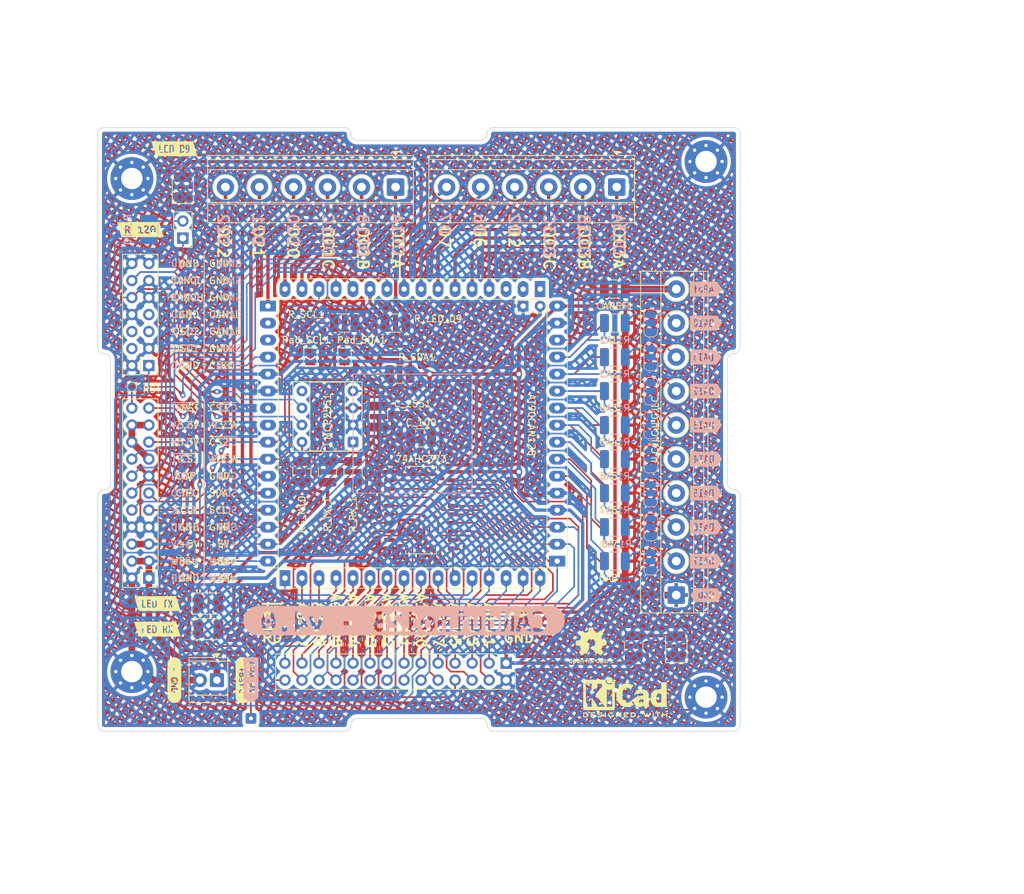
<source format=kicad_pcb>
(kicad_pcb (version 20241229) (generator "pcbnew") (generator_version "9.0")
  (layers (0 "F.Cu" signal) (2 "B.Cu" signal) (13 "F.Paste" user) (15 "B.Paste" user) (5 "F.SilkS" user "F.Silkscreen") (7 "B.SilkS" user "B.Silkscreen") (1 "F.Mask" user) (3 "B.Mask" user) (25 "Edge.Cuts" user))
  (net 0 "")
  (net 1 "/OC3A")
  (net 2 "/OC3B")
  (net 3 "/OC3C")
  (net 4 "PIN_PE2")
  (net 5 "PIN_PE6_INT6")
  (net 6 "PIN_PE7_INT7")
  (net 7 "/OC1A")
  (net 8 "/OC1B")
  (net 9 "/OC1C")
  (net 10 "PIN_PD2_INT2_RXD1")
  (net 11 "PIN_PD3_INT3_TXD1")
  (net 12 "GND")
  (net 13 "DAI0")
  (net 14 "DAI1")
  (net 15 "DAI2")
  (net 16 "DAI3")
  (net 17 "DAI4")
  (net 18 "DAI5")
  (net 19 "DAI6")
  (net 20 "DAI7")
  (net 21 "AREF")
  (net 22 "+5V")
  (net 23 "/ADR0-D0")
  (net 24 "/ADR1-D1")
  (net 25 "/ADR2-D2")
  (net 26 "/ADR3-D3")
  (net 27 "/ADR4-D4")
  (net 28 "/ADR5-D5")
  (net 29 "/ADR6-D6")
  (net 30 "/ADR7-D7")
  (net 31 "/ADR0")
  (net 32 "/ADR14")
  (net 33 "/ADR1")
  (net 34 "/ADR13")
  (net 35 "/ADR2")
  (net 36 "/ADR12")
  (net 37 "/ADR3")
  (net 38 "/ADR11")
  (net 39 "/ADR4")
  (net 40 "/ADR10")
  (net 41 "/ADR5")
  (net 42 "/ADR9")
  (net 43 "/ADR6")
  (net 44 "/ADR8")
  (net 45 "/ADR7")
  (net 46 "~{WR}-D26")
  (net 47 "~{RD}-D27")
  (net 48 "GP0")
  (net 49 "GP1")
  (net 50 "GP2")
  (net 51 "GP3")
  (net 52 "GP4")
  (net 53 "GP5")
  (net 54 "GP6")
  (net 55 "GP7")
  (net 56 "+BATT")
  (net 57 "CAN_RX")
  (net 59 "CAN_TX")
  (net 62 "/RS")
  (net 63 "~{CS}")
  (net 64 "ALE-D36")
  (net 69 "Net-(LED_D9-A)")
  (net 70 "Net-(LED_PWR5-A)")
  (net 71 "PIN_PD4")
  (net 72 "Net-(LED_RX1-A)")
  (net 73 "SCK_LED_D9")
  (net 74 "COPI")
  (net 75 "CIPO")
  (net 76 "SCL_INT0")
  (net 77 "SDA_INT1")
  (net 78 "CANH")
  (net 79 "CANL")
  (net 80 "Net-(LED_TX1-A)")
  (net 82 "Net-(Pad_R1-B)")
  (net 83 "Net-(Pad_SCL1-A)")
  (net 84 "~{RESET}")
  (net 85 "/CAN_1_L")
  (net 86 "/OSC2")
  (net 87 "/CAN_1_H")
  (net 88 "/OSC1")
  (net 89 "/ADR15")
  (net 90 "+3V3")
  (net 91 "/~{SPI_CS2}")
  (net 92 "Net-(Pad_SDA1-A)")
  (net 93 "/~{SPI_CS3}")
  (footprint "Capacitor_SMD:C_1210_3225Metric_Pad1.33x2.70mm_HandSolder" (layer "F.Cu") (at 178.79 93.98 180)
    (property "Reference" "CA5")
    (property "Value" "1000pF" (hide yes))
  )
  (footprint "LED_SMD:LED_1210_3225Metric_Pad1.42x2.65mm_HandSolder" (layer "F.Cu") (at 118.11 119.38)
    (property "Reference" "LED_RX1" (hide yes))
    (property "Value" "LED" (hide yes))
  )
  (footprint "Jumper:SolderJumper-2_P1.3mm_Open_TrianglePad1.0x1.5mm" (layer "F.Cu") (at 138.43 78.74 -90)
    (property "Reference" "Pad_SDA1")
    (property "Value" "SolderJumper_2_Open" (hide yes))
  )
  (footprint "Resistor_SMD:R_1210_3225Metric_Pad1.30x2.65mm_HandSolder" (layer "F.Cu") (at 135.89 95.885 -90)
    (property "Reference" "R_TX_1")
    (property "Value" "1K" (hide yes))
  )
  (footprint "Capacitor_SMD:C_1210_3225Metric_Pad1.33x2.70mm_HandSolder" (layer "F.Cu") (at 178.79 68.58)
    (property "Reference" "CAREF1")
    (property "Value" "100nF" (hide yes))
  )
  (footprint "Capacitor_SMD:C_1210_3225Metric_Pad1.33x2.70mm_HandSolder" (layer "F.Cu") (at 178.79 99.06 180)
    (property "Reference" "CA6")
    (property "Value" "1000pF" (hide yes))
  )
  (footprint "Connector_PinHeader_2.54mm:PinHeader_2x14_P2.54mm_Vertical" (layer "F.Cu") (at 162.56 124.46 -90)
    (property "Reference" "J1" (hide yes))
    (property "Value" "Conn_02x14_Odd_Even" (hide yes))
  )
  (footprint "kibuzzard-6252DDA8" (layer "F.Cu") (at 110.49 115.57)
    (property "Reference" "kibuzzard-6252DDA8" (hide yes))
    (property "Value" "G***" (hide yes))
  )
  (footprint "Connector_Wire:SolderWire-0.1sqmm_1x01_D0.4mm_OD1mm" (layer "F.Cu") (at 124.46 132.715 -90)
    (property "Reference" "CAN_RX_1" (hide yes))
    (property "Value" "MountingHole_Pad" (hide yes))
  )
  (footprint "Capacitor_SMD:C_1210_3225Metric_Pad1.33x2.70mm_HandSolder" (layer "F.Cu") (at 143.51 87.63 90)
    (property "Reference" "C_2551")
    (property "Value" "100nF" (hide yes))
  )
  (footprint "Capacitor_SMD:C_1210_3225Metric_Pad1.33x2.70mm_HandSolder" (layer "F.Cu") (at 178.79 78.74 180)
    (property "Reference" "CA2")
    (property "Value" "1000pF" (hide yes))
  )
  (footprint "TestPoint:TestPoint_Pad_D1.0mm" (layer "F.Cu") (at 106.68 83.185)
    (property "Reference" "RST1" (hide yes))
    (property "Value" "MountingHole_Pad" (hide yes))
  )
  (footprint "Resistor_SMD:R_1210_3225Metric_Pad1.30x2.65mm_HandSolder" (layer "F.Cu") (at 146.685 81.28)
    (property "Reference" "R_SDA1")
    (property "Value" "4.7 kOhm" (hide yes))
  )
  (footprint "Symbol:KiCad-Logo2_5mm_SilkScreen" (layer "F.Cu") (at 180.34 129.54)
    (property "Reference" "KiCad0" (hide yes))
    (property "Value" "MountingHole" (hide yes))
  )
  (footprint "LED_SMD:LED_1210_3225Metric_Pad1.42x2.65mm_HandSolder" (layer "F.Cu") (at 114.3 53.34 90)
    (property "Reference" "LED_D9" (hide yes))
    (property "Value" "LED" (hide yes))
  )
  (footprint "kibuzzard-62799BC1" (layer "F.Cu") (at 107.95 59.69)
    (property "Reference" "kibuzzard-62799BC1" (hide yes))
    (property "Value" "G***" (hide yes))
  )
  (footprint "TerminalBlock_Phoenix:TerminalBlock_Phoenix_MKDS-1,5-10-5.08_1x10_P5.08mm_Horizontal" (layer "F.Cu") (at 187.96 114.3 90)
    (property "Reference" "J2" (hide yes))
    (property "Value" "Conn_01x10" (hide yes))
  )
  (footprint "Capacitor_SMD:C_1210_3225Metric_Pad1.33x2.70mm_HandSolder" (layer "F.Cu") (at 178.79 88.9 180)
    (property "Reference" "CA4")
    (property "Value" "1000pF" (hide yes))
  )
  (footprint "Jumper:SolderJumper-2_P1.3mm_Open_TrianglePad1.0x1.5mm" (layer "F.Cu") (at 133.35 78.74 -90)
    (property "Reference" "Pad_SCL1")
    (property "Value" "SolderJumper_2_Open" (hide yes))
  )
  (footprint "Resistor_SMD:R_1210_3225Metric_Pad1.30x2.65mm_HandSolder" (layer "F.Cu") (at 181.61 121.92 90)
    (property "Reference" "R_LED_PWR1" (hide yes))
    (property "Value" "1K" (hide yes))
  )
  (footprint "Connector_PinHeader_2.54mm:PinHeader_2x11_P2.54mm_Vertical" (layer "F.Cu") (at 109.22 111.76 180)
    (property "Reference" "PCIe_SPI_1" (hide yes))
    (property "Value" "Conn_02x11_Odd_Even" (hide yes))
  )
  (footprint "MountingHole:MountingHole_3.2mm_M3_Pad_Via" (layer "F.Cu") (at 192.405 129.54)
    (property "Reference" "H3" (hide yes))
    (property "Value" "MountingHole_Pad" (hide yes))
  )
  (footprint "kibuzzard-638672AD" (layer "F.Cu") (at 113.03 127 -90)
    (property "Reference" "kibuzzard-638672AD" (hide yes))
    (property "Value" "G***" (hide yes))
  )
  (footprint "Resistor_SMD:R_1210_3225Metric_Pad1.30x2.65mm_HandSolder" (layer "F.Cu") (at 146.05 73.66)
    (property "Reference" "R_LED_D9")
    (property "Value" "1K" (hide yes))
  )
  (footprint "Capacitor_SMD:C_1210_3225Metric_Pad1.33x2.70mm_HandSolder" (layer "F.Cu") (at 178.79 83.82 180)
    (property "Reference" "CA3")
    (property "Value" "1000pF" (hide yes))
  )
  (footprint "Connector_PinHeader_2.54mm:PinHeader_2x07_P2.54mm_Vertical" (layer "F.Cu") (at 109.22 80.01 180)
    (property "Reference" "PCIe_CAN_1" (hide yes))
    (property "Value" "Conn_02x07_Odd_Even")
  )
  (footprint "Capacitor_SMD:C_1210_3225Metric_Pad1.33x2.70mm_HandSolder" (layer "F.Cu") (at 178.79 109.22 180)
    (property "Reference" "CA8")
    (property "Value" "1000pF" (hide yes))
  )
  (footprint "TerminalBlock_Phoenix:TerminalBlock_Phoenix_MKDS-1,5-6-5.08_1x06_P5.08mm_Horizontal" (layer "F.Cu") (at 146.05 53.34 180)
    (property "Reference" "BLDC2" (hide yes))
    (property "Value" "Conn_01x06" (hide yes))
  )
  (footprint "kibuzzard-6252E5C3" (layer "F.Cu") (at 113.03 47.625)
    (property "Reference" "kibuzzard-6252E5C3" (hide yes))
    (property "Value" "G***" (hide yes))
  )
  (footprint "Resistor_SMD:R_1210_3225Metric_Pad1.30x2.65mm_HandSolder" (layer "F.Cu") (at 138.43 73.66)
    (property "Reference" "R_SCL1")
    (property "Value" "4.7 kOhm" (hide yes))
  )
  (footprint "Package_DIP:DIP-8_W7.62mm_Socket" (layer "F.Cu") (at 139.7 91.43 180)
    (property "Reference" "MCP2551")
    (property "Value" "MCP2551-I-P")
  )
  (footprint "Symbol:OSHW-Logo2_7.3x6mm_SilkScreen" (layer "F.Cu") (at 175.26 121.92)
    (property "Reference" "OpenHW1" (hide yes))
    (property "Value" "MountingHole" (hide yes))
  )
  (footprint "Capacitor_SMD:C_1210_3225Metric_Pad1.33x2.70mm_HandSolder" (layer "F.Cu") (at 178.79 73.66 180)
    (property "Reference" "CA1")
    (property "Value" "1000pF" (hide yes))
  )
  (footprint "Resistor_SMD:R_1210_3225Metric_Pad1.30x2.65mm_HandSolder" (layer "F.Cu") (at 132.08 95.885 90)
    (property "Reference" "RS_K10")
    (property "Value" "10 KOhm" (hide yes))
  )
  (footprint "Connector_PinHeader_2.54mm:PinHeader_1x02_P2.54mm_Vertical" (layer "F.Cu") (at 114.3 60.96 180)
    (property "Reference" "Pad_R1" (hide yes))
    (property "Value" "SolderJumper_2_Open" (hide yes))
  )
  (footprint "Capacitor_SMD:C_1210_3225Metric_Pad1.33x2.70mm_HandSolder" (layer "F.Cu") (at 178.79 104.14 180)
    (property "Reference" "CA7")
    (property "Value" "1000pF" (hide yes))
  )
  (footprint "Capacitor_SMD:C_1210_3225Metric_Pad1.33x2.70mm_HandSolder" (layer "F.Cu") (at 149.86 90.805)
    (property "Reference" "C_100")
    (property "Value" "100nF" (hide yes))
  )
  (footprint "Resistor_SMD:R_1210_3225Metric_Pad1.30x2.65mm_HandSolder" (layer "F.Cu") (at 139.7 95.885 -90)
    (property "Reference" "R_RX_1")
    (property "Value" "1K" (hide yes))
  )
  (footprint "LED_SMD:LED_1210_3225Metric_Pad1.42x2.65mm_HandSolder" (layer "F.Cu") (at 187.96 121.92 90)
    (property "Reference" "LED_PWR5" (hide yes))
    (property "Value" "LED" (hide yes))
  )
  (footprint "kibuzzard-63867289" (layer "F.Cu") (at 123.19 127 -90)
    (property "Reference" "kibuzzard-63867289" (hide yes))
    (property "Value" "G***" (hide yes))
  )
  (footprint "MountingHole:MountingHole_3.2mm_M3_Pad_Via" (layer "F.Cu") (at 106.68 125.73)
    (property "Reference" "H1" (hide yes))
    (property "Value" "MountingHole_Pad" (hide yes))
  )
  (footprint "TerminalBlock_Phoenix:TerminalBlock_Phoenix_MKDS-1,5-6-5.08_1x06_P5.08mm_Horizontal" (layer "F.Cu") (at 179.07 53.34 180)
    (property "Reference" "BLDC1" (hide yes))
    (property "Value" "Conn_01x06" (hide yes))
  )
  (footprint "MountingHole:MountingHole_3.2mm_M3_Pad_Via" (layer "F.Cu") (at 192.405 49.53)
    (property "Reference" "H4" (hide yes))
    (property "Value" "MountingHole_Pad" (hide yes))
  )
  (footprint "kibuzzard-6252DD85" (layer "F.Cu") (at 110.49 119.38)
    (property "Reference" "kibuzzard-6252DD85" (hide yes))
    (property "Value" "G***" (hide yes))
  )
  (footprint "MountingHole:MountingHole_3.2mm_M3_Pad_Via" (layer "F.Cu") (at 106.68 52.07)
    (property "Reference" "H2" (hide yes))
    (property "Value" "MountingHole_Pad" (hide yes))
  )
  (footprint "AVR_H128-CAN:AVR_H128-CAN" (layer "F.Cu") (at 167.64 71.12 -90)
    (property "Reference" "AT90CAN128")
    (property "Value" "AVR-H128-CAN")
  )
  (footprint "LED_SMD:LED_1210_3225Metric_Pad1.42x2.65mm_HandSolder" (layer "F.Cu") (at 118.11 115.57)
    (property "Reference" "LED_TX1" (hide yes))
    (property "Value" "LED" (hide yes))
  )
  (footprint "TerminalBlock_TE-Connectivity:TerminalBlock_TE_282834-2_1x02_P2.54mm_Horizontal" (layer "F.Cu") (at 119.38 127 180)
    (property "Reference" "J_Batt_PPal0" (hide yes))
    (property "Value" "Conn_01x02" (hide yes))
  )
  (footprint "Package_SO:SO-20_12.8x7.5mm_P1.27mm" (layer "F.Cu") (at 149.86 101.6)
    (property "Reference" "74AHC373")
    (property "Value" "74AHC373" (hide yes))
  )
  (footprint "Resistor_SMD:R_1210_3225Metric_Pad1.30x2.65mm_HandSolder" (layer "B.Cu") (at 178.79 93.98)
    (property "Reference" "R1_A5")
    (property "Value" "1K" (hide yes))
  )
  (footprint "kibuzzard-62F83662" (layer "B.Cu") (at 124.46 127 -90)
    (property "Reference" "kibuzzard-62F83662" (hide yes))
    (property "Value" "G***" (hide yes))
  )
  (footprint "kibuzzard-63151724" (layer "B.Cu") (at 192.405 88.9 180)
    (property "Reference" "kibuzzard-63151724" (hide yes))
    (property "Value" "G***" (hide yes))
  )
  (footprint "kibuzzard-62F694D7" (layer "B.Cu") (at 192.405 114.3 180)
    (property "Reference" "kibuzzard-62F694D7" (hide yes))
    (property "Value" "G***" (hide yes))
  )
  (footprint "kibuzzard-638A835C" (layer "B.Cu") (at 147.32 118.11 180)
    (property "Reference" "kibuzzard-638A835C" (hide yes))
    (property "Value" "G***" (hide yes))
  )
  (footprint "Jumper:SolderJumper-3_P1.3mm_Open_RoundedPad1.0x1.5mm" (layer "B.Cu") (at 184.15 104.14 -90)
    (property "Reference" "JPA7" (hide yes))
    (property "Value" "SolderJumper_3_Open" (hide yes))
  )
  (footprint "kibuzzard-63151748" (layer "B.Cu") (at 192.405 78.74 180)
    (property "Reference" "kibuzzard-63151748" (hide yes))
    (property "Value" "G***" (hide yes))
  )
  (footprint "kibuzzard-6315171A" (layer "B.Cu") (at 192.405 93.98 180)
    (property "Reference" "kibuzzard-6315171A" (hide yes))
    (property "Value" "G***" (hide yes))
  )
  (footprint "Resistor_SMD:R_1210_3225Metric_Pad1.30x2.65mm_HandSolder" (layer "B.Cu") (at 178.79 104.14)
    (property "Reference" "R1_A7")
    (property "Value" "1K" (hide yes))
  )
  (footprint "Jumper:SolderJumper-3_P1.3mm_Open_RoundedPad1.0x1.5mm" (layer "B.Cu") (at 184.15 78.74 -90)
    (property "Reference" "JPA2" (hide yes))
    (property "Value" "SolderJumper_3_Open" (hide yes))
  )
  (footprint "Jumper:SolderJumper-3_P1.3mm_Open_RoundedPad1.0x1.5mm" (layer "B.Cu") (at 184.15 93.98 -90)
    (property "Reference" "JPA5" (hide yes))
    (property "Value" "SolderJumper_3_Open" (hide yes))
  )
  (footprint "Resistor_SMD:R_1210_3225Metric_Pad1.30x2.65mm_HandSolder" (layer "B.Cu") (at 178.79 78.74)
    (property "Reference" "R1_A2")
    (property "Value" "1K" (hide yes))
  )
  (footprint "kibuzzard-6315172E" (layer "B.Cu") (at 192.405 104.14 180)
    (property "Reference" "kibuzzard-6315172E" (hide yes))
    (property "Value" "G***" (hide yes))
  )
  (footprint "Resistor_SMD:R_1210_3225Metric_Pad1.30x2.65mm_HandSolder" (layer "B.Cu") (at 109.22 59.69 90)
    (property "Reference" "R_110")
    (property "Value" "110 Ohm" (hide yes))
  )
  (footprint "Jumper:SolderJumper-3_P1.3mm_Open_RoundedPad1.0x1.5mm" (layer "B.Cu") (at 184.15 99.06 -90)
    (property "Reference" "JPA6" (hide yes))
    (property "Value" "SolderJumper_3_Open" (hide yes))
  )
  (footprint "Resistor_SMD:R_1210_3225Metric_Pad1.30x2.65mm_HandSolder" (layer "B.Cu") (at 178.79 73.66)
    (property "Reference" "R1_A1")
    (property "Value" "1K" (hide yes))
  )
  (footprint "Jumper:SolderJumper-3_P1.3mm_Open_RoundedPad1.0x1.5mm" (layer "B.Cu") (at 184.15 109.22 -90)
    (property "Reference" "JPA8" (hide yes))
    (property "Value" "SolderJumper_3_Open" (hide yes))
  )
  (footprint "Jumper:SolderJumper-3_P1.3mm_Open_RoundedPad1.0x1.5mm" (layer "B.Cu") (at 184.15 88.9 -90)
    (property "Reference" "JPA4" (hide yes))
    (property "Value" "SolderJumper_3_Open" (hide yes))
  )
  (footprint "kibuzzard-63151750" (layer "B.Cu") (at 192.405 73.66 180)
    (property "Reference" "kibuzzard-63151750" (hide yes))
    (property "Value" "G***" (hide yes))
  )
  (footprint "Jumper:SolderJumper-3_P1.3mm_Open_RoundedPad1.0x1.5mm" (layer "B.Cu") (at 184.15 73.66 -90)
    (property "Reference" "JPA1" (hide yes))
    (property "Value" "SolderJumper_3_Open" (hide yes))
  )
  (footprint "kibuzzard-63151737" (layer "B.Cu") (at 192.405 109.22 180)
    (property "Reference" "kibuzzard-63151737" (hide yes))
    (property "Value" "G***" (hide yes))
  )
  (footprint "kibuzzard-62533B1F" (layer "B.Cu") (at 192.405 68.58 180)
    (property "Reference" "kibuzzard-62533B1F" (hide yes))
    (property "Value" "G***" (hide yes))
  )
  (footprint "Jumper:SolderJumper-3_P1.3mm_Open_RoundedPad1.0x1.5mm" (layer "B.Cu") (at 184.15 83.82 -90)
    (property "Reference" "JPA3" (hide yes))
    (property "Value" "SolderJumper_3_Open" (hide yes))
  )
  (footprint "Resistor_SMD:R_1210_3225Metric_Pad1.30x2.65mm_HandSolder" (layer "B.Cu") (at 178.79 109.22)
    (property "Reference" "R1_A8")
    (property "Value" "1K" (hide yes))
  )
  (footprint "kibuzzard-63151701" (layer "B.Cu") (at 192.405 99.06 180)
    (property "Reference" "kibuzzard-63151701" (hide yes))
    (property "Value" "G***" (hide yes))
  )
  (footprint "Resistor_SMD:R_1210_3225Metric_Pad1.30x2.65mm_HandSolder" (layer "B.Cu") (at 178.79 83.82)
    (property "Reference" "R1_A3")
    (property "Value" "1K" (hide yes))
  )
  (footprint "Resistor_SMD:R_1210_3225Metric_Pad1.30x2.65mm_HandSolder" (layer "B.Cu") (at 178.79 88.9)
    (property "Reference" "R1_A4")
    (property "Value" "1K" (hide yes))
  )
  (footprint "kibuzzard-6315173E" (layer "B.Cu") (at 192.405 83.82 180)
    (property "Reference" "kibuzzard-6315173E" (hide yes))
    (property "Value" "G***" (hide yes))
  )
  (footprint "Resistor_SMD:R_1210_3225Metric_Pad1.30x2.65mm_HandSolder" (layer "B.Cu") (at 178.79 99.06)
    (property "Reference" "R1_A6")
    (property "Value" "1K" (hide yes))
  )
  (gr_line (start 117.475 85.09) (end 117.475 113.03) (stroke (width 0.15)) (layer "F.SilkS"))
  (gr_line (start 117.475 63.5) (end 117.475 81.28) (stroke (width 0.15)) (layer "F.SilkS"))
  (gr_line (start 148.59 55.88) (end 118.11 55.88) (stroke (width 0.15)) (layer "B.SilkS"))
  (gr_line (start 117.475 113.03) (end 117.475 85.09) (stroke (width 0.15)) (layer "B.SilkS"))
  (gr_line (start 181.61 55.88) (end 151.13 55.88) (stroke (width 0.15)) (layer "B.SilkS"))
  (gr_line (start 117.475 81.28) (end 117.475 63.5) (stroke (width 0.15)) (layer "B.SilkS"))
  (gr_arc (start 160.642299 134.62) (mid 159.96878 134.341019) (end 159.689799 133.6675) (stroke (width 0.1)) (layer "Edge.Cuts"))
  (gr_arc (start 196.532499 44.45) (mid 197.206019 44.72898) (end 197.484999 45.4025) (stroke (width 0.1)) (layer "Edge.Cuts"))
  (gr_line (start 160.642299 134.62) (end 196.532499 134.62) (stroke (width 0.1)) (layer "Edge.Cuts"))
  (gr_arc (start 158.737299 132.715) (mid 159.410819 132.99398) (end 159.689799 133.6675) (stroke (width 0.1)) (layer "Edge.Cuts"))
  (gr_line (start 101.599999 133.6675) (end 101.599999 99.5045) (stroke (width 0.1)) (layer "Edge.Cuts"))
  (gr_arc (start 196.532499 98.552) (mid 197.206019 98.83098) (end 197.484999 99.5045) (stroke (width 0.1)) (layer "Edge.Cuts"))
  (gr_arc (start 103.504999 97.5995) (mid 103.226018 98.273019) (end 102.552499 98.552) (stroke (width 0.1)) (layer "Edge.Cuts"))
  (gr_line (start 102.552499 44.45) (end 138.442699 44.45) (stroke (width 0.1)) (layer "Edge.Cuts"))
  (gr_arc (start 159.689799 45.4025) (mid 159.968779 44.72898) (end 160.642299 44.45) (stroke (width 0.1)) (layer "Edge.Cuts"))
  (gr_arc (start 102.552499 78.232) (mid 103.226019 78.51098) (end 103.504999 79.1845) (stroke (width 0.1)) (layer "Edge.Cuts"))
  (gr_arc (start 159.689799 45.4025) (mid 159.410818 46.076019) (end 158.737299 46.355) (stroke (width 0.1)) (layer "Edge.Cuts"))
  (gr_arc (start 196.532499 98.552) (mid 195.85898 98.273019) (end 195.579999 97.5995) (stroke (width 0.1)) (layer "Edge.Cuts"))
  (gr_arc (start 139.395199 133.6675) (mid 139.116218 134.341019) (end 138.442699 134.62) (stroke (width 0.1)) (layer "Edge.Cuts"))
  (gr_line (start 140.347699 46.355) (end 158.737299 46.355) (stroke (width 0.1)) (layer "Edge.Cuts"))
  (gr_arc (start 102.552499 78.232) (mid 101.87898 77.953019) (end 101.599999 77.2795) (stroke (width 0.1)) (layer "Edge.Cuts"))
  (gr_arc (start 101.599999 99.5045) (mid 101.878979 98.83098) (end 102.552499 98.552) (stroke (width 0.1)) (layer "Edge.Cuts"))
  (gr_arc (start 140.347699 46.355) (mid 139.67418 46.076019) (end 139.395199 45.4025) (stroke (width 0.1)) (layer "Edge.Cuts"))
  (gr_line (start 197.484999 77.2795) (end 197.484999 45.4025) (stroke (width 0.1)) (layer "Edge.Cuts"))
  (gr_line (start 101.599999 77.2795) (end 101.599999 45.4025) (stroke (width 0.1)) (layer "Edge.Cuts"))
  (gr_line (start 160.642299 44.45) (end 196.532499 44.45) (stroke (width 0.1)) (layer "Edge.Cuts"))
  (gr_line (start 195.579999 97.5995) (end 195.579999 79.1845) (stroke (width 0.1)) (layer "Edge.Cuts"))
  (gr_line (start 197.484999 133.6675) (end 197.484999 99.5045) (stroke (width 0.1)) (layer "Edge.Cuts"))
  (gr_arc (start 101.599999 45.4025) (mid 101.878979 44.72898) (end 102.552499 44.45) (stroke (width 0.1)) (layer "Edge.Cuts"))
  (gr_arc (start 139.395199 133.6675) (mid 139.674179 132.99398) (end 140.347699 132.715) (stroke (width 0.1)) (layer "Edge.Cuts"))
  (gr_arc (start 102.552499 134.62) (mid 101.87898 134.341019) (end 101.599999 133.6675) (stroke (width 0.1)) (layer "Edge.Cuts"))
  (gr_line (start 102.552499 134.62) (end 138.442699 134.62) (stroke (width 0.1)) (layer "Edge.Cuts"))
  (gr_arc (start 197.484999 133.6675) (mid 197.206018 134.341019) (end 196.532499 134.62) (stroke (width 0.1)) (layer "Edge.Cuts"))
  (gr_arc (start 195.579999 79.1845) (mid 195.858979 78.51098) (end 196.532499 78.232) (stroke (width 0.1)) (layer "Edge.Cuts"))
  (gr_line (start 103.504999 97.5995) (end 103.504999 79.1845) (stroke (width 0.1)) (layer "Edge.Cuts"))
  (gr_line (start 140.347699 132.715) (end 158.737299 132.715) (stroke (width 0.1)) (layer "Edge.Cuts"))
  (gr_arc (start 197.484999 77.2795) (mid 197.206018 77.953019) (end 196.532499 78.232) (stroke (width 0.1)) (layer "Edge.Cuts"))
  (gr_arc (start 138.442699 44.45) (mid 139.116219 44.72898) (end 139.395199 45.4025) (stroke (width 0.1)) (layer "Edge.Cuts"))
  (gr_text "OC3A\n\nOC3B\n\nOC3C\n\nD2\n\nD6\n\nD7" (at 166.37 59.055 270) (layer "F.SilkS") (effects (font (size 1.618 1.618) (thickness 0.3)) (justify left)))
  (gr_text "OC1A\n\nOC1B\n\nOC1C\n\nD20\n\nD21\n\nD22" (at 133.35 59.055 270) (layer "F.SilkS") (effects (font (size 1.618 1.618) (thickness 0.3)) (justify left)))
  (gr_text "CAN1H" (at 118.11 74.93 0) (layer "F.SilkS") (effects (font (size 1 1)) (justify left)))
  (gr_text "A8 D7" (at 132.08 118.745 270) (layer "F.SilkS") (effects (font (size 1.5 1.5) (thickness 0.3))))
  (gr_text "GND" (at 118.11 77.47 0) (layer "F.SilkS") (effects (font (size 1 1)) (justify left)))
  (gr_text "A4 A5" (at 154.94 118.745 270) (layer "F.SilkS") (effects (font (size 1.5 1.5) (thickness 0.3))))
  (gr_text "OSC2" (at 116.84 74.93 0) (layer "F.SilkS") (effects (font (size 1 1)) (justify right)))
  (gr_text "A15 D0" (at 149.86 118.11 270) (layer "F.SilkS") (effects (font (size 1.5 1.5) (thickness 0.3))))
  (gr_text "~{WD}" (at 127.635 116.84 0) (layer "F.SilkS") (effects (font (size 1.5 1.5) (thickness 0.3))))
  (gr_text "JLCJLCJLCJLC" (at 185.405639 94.907677 90) (layer "F.SilkS") (effects (font (size 1 1)) (justify left bottom)))
  (gr_text "~{RST}" (at 116.84 86.36 0) (layer "F.SilkS") (effects (font (size 1 1)) (justify right)))
  (gr_text "A0 A1" (at 160.02 118.745 270) (layer "F.SilkS") (effects (font (size 1.5 1.5) (thickness 0.3))))
  (gr_text "GND" (at 118.11 69.85 0) (layer "F.SilkS") (effects (font (size 1 1)) (justify left)))
  (gr_text "~{CS2}" (at 118.11 91.44 0) (layer "F.SilkS") (effects (font (size 1 1)) (justify left)))
  (gr_text "+3.3V" (at 118.11 88.9 0) (layer "F.SilkS") (effects (font (size 1 1)) (justify left)))
  (gr_text "GND" (at 116.84 64.77 0) (layer "F.SilkS") (effects (font (size 1 1)) (justify right)))
  (gr_text "+Batt" (at 116.84 109.22 0) (layer "F.SilkS") (effects (font (size 1 1)) (justify right)))
  (gr_text "+Batt" (at 118.11 111.76 0) (layer "F.SilkS") (effects (font (size 1 1)) (justify left)))
  (gr_text "A2 A3" (at 157.48 118.745 270) (layer "F.SilkS") (effects (font (size 1.5 1.5) (thickness 0.3))))
  (gr_text "+Batt" (at 118.11 109.22 0) (layer "F.SilkS") (effects (font (size 1 1)) (justify left)))
  (gr_text "GND" (at 116.84 72.39 0) (layer "F.SilkS") (effects (font (size 1 1)) (justify right)))
  (gr_text "OSC1" (at 116.84 77.47 0) (layer "F.SilkS") (effects (font (size 1 1)) (justify right)))
  (gr_text "CLKO" (at 118.11 80.01 0) (layer "F.SilkS") (effects (font (size 1 1)) (justify left)))
  (gr_text "+5V" (at 116.84 106.68 0) (layer "F.SilkS") (effects (font (size 1 1)) (justify right)))
  (gr_text "+3.3V" (at 116.84 88.9 0) (layer "F.SilkS") (effects (font (size 1 1)) (justify right)))
  (gr_text "CAN1L" (at 118.11 72.39 0) (layer "F.SilkS") (effects (font (size 1 1)) (justify left)))
  (gr_text "A12 D3" (at 142.24 118.11 270) (layer "F.SilkS") (effects (font (size 1.5 1.5) (thickness 0.3))))
  (gr_text "A13 D2" (at 144.78 118.11 270) (layer "F.SilkS") (effects (font (size 1.5 1.5) (thickness 0.3))))
  (gr_text "~{CS1}" (at 116.84 93.98 0) (layer "F.SilkS") (effects (font (size 1 1)) (justify right)))
  (gr_text "~{CS3}" (at 118.11 86.36 0) (layer "F.SilkS") (effects (font (size 1 1)) (justify left)))
  (gr_text "GND" (at 164.465 120.65 0) (layer "F.SilkS") (effects (font (size 1.5 1.5) (thickness 0.3))))
  (gr_text "CIPO" (at 116.84 99.06 0) (layer "F.SilkS") (effects (font (size 1 1)) (justify right)))
  (gr_text "~{RD}" (at 127.635 120.65 0) (layer "F.SilkS") (effects (font (size 1.5 1.5) (thickness 0.3))))
  (gr_text "GND" (at 116.84 104.14 0) (layer "F.SilkS") (effects (font (size 1 1)) (justify right)))
  (gr_text "+3.3V" (at 118.11 93.98 0) (layer "F.SilkS") (effects (font (size 1 1)) (justify left)))
  (gr_text "+5V" (at 164.465 116.84 0) (layer "F.SilkS") (effects (font (size 1.5 1.5) (thickness 0.3))))
  (gr_text "CAN0L" (at 112.395 67.31 0) (layer "F.SilkS") (effects (font (size 1 1)) (justify left)))
  (gr_text "GND" (at 118.11 64.77 0) (layer "F.SilkS") (effects (font (size 1 1)) (justify left)))
  (gr_text "~{RST}" (at 111.125 83.566 0) (layer "F.SilkS") (effects (font (size 1 1)) (justify right)))
  (gr_text "CAN0H" (at 112.395 69.85 0) (layer "F.SilkS") (effects (font (size 1 1)) (justify left)))
  (gr_text "GND" (at 118.11 67.31 0) (layer "F.SilkS") (effects (font (size 1 1)) (justify left)))
  (gr_text "A10 D5" (at 137.16 118.11 270) (layer "F.SilkS") (effects (font (size 1.5 1.5) (thickness 0.3))))
  (gr_text "A11 D4" (at 139.7 118.11 270) (layer "F.SilkS") (effects (font (size 1.5 1.5) (thickness 0.3))))
  (gr_text "A9 D6" (at 134.62 118.745 270) (layer "F.SilkS") (effects (font (size 1.5 1.5) (thickness 0.3))))
  (gr_text "GND" (at 116.84 80.01 0) (layer "F.SilkS") (effects (font (size 1 1)) (justify right)))
  (gr_text "GND" (at 116.84 111.76 0) (layer "F.SilkS") (effects (font (size 1 1)) (justify right)))
  (gr_text "A6 A7" (at 152.4 118.745 270) (layer "F.SilkS") (effects (font (size 1.5 1.5) (thickness 0.3))))
  (gr_text "SCLK" (at 116.84 101.6 0) (layer "F.SilkS") (effects (font (size 1 1)) (justify right)))
  (gr_text "A14 D1" (at 147.32 118.11 270) (layer "F.SilkS") (effects (font (size 1.5 1.5) (thickness 0.3))))
  (gr_text "+3.3V" (at 116.84 91.44 0) (layer "F.SilkS") (effects (font (size 1 1)) (justify right)))
  (gr_text "GND" (at 118.11 96.52 0) (layer "F.SilkS") (effects (font (size 1 1)) (justify left)))
  (gr_text "COPI" (at 116.84 96.52 0) (layer "F.SilkS") (effects (font (size 1 1)) (justify right)))
  (gr_text "+5V" (at 118.11 106.68 0) (layer "F.SilkS") (effects (font (size 1 1)) (justify left)))
  (gr_text "SCL" (at 118.11 101.6 0) (layer "F.SilkS") (effects (font (size 1 1)) (justify left)))
  (gr_text "GND" (at 118.11 104.14 0) (layer "F.SilkS") (effects (font (size 1 1)) (justify left)))
  (gr_text "SDA" (at 118.11 99.06 0) (layer "F.SilkS") (effects (font (size 1 1)) (justify left)))
  (gr_text "OC1A\n\nOC1B\n\nOC1C\n\nD20\n\nD21\n\nD22" (at 133.35 57.15 -90) (layer "B.SilkS") (effects (font (size 1.618 1.618) (thickness 0.3)) (justify right mirror)))
  (gr_text "+3.3V" (at 112.395 88.9 0) (layer "B.SilkS") (effects (font (size 1 1)) (justify right mirror)))
  (gr_text "GND" (at 123.215238 69.85 0) (layer "B.SilkS") (effects (font (size 1 1)) (justify left mirror)))
  (gr_text "CLKO" (at 123.215238 80.01 0) (layer "B.SilkS") (effects (font (size 1 1)) (justify left mirror)))
  (gr_text "GND" (at 112.395 111.76 0) (layer "B.SilkS") (effects (font (size 1 1)) (justify right mirror)))
  (gr_text "OSC1" (at 112.420238 77.47 0) (layer "B.SilkS") (effects (font (size 1 1)) (justify right mirror)))
  (gr_text "GND" (at 123.215238 67.31 0) (layer "B.SilkS") (effects (font (size 1 1)) (justify left mirror)))
  (gr_text "~{RST}" (at 112.395 86.36 0) (layer "B.SilkS") (effects (font (size 1 1)) (justify right mirror)))
  (gr_text "CAN1H" (at 123.215238 74.93 0) (layer "B.SilkS") (effects (font (size 1 1)) (justify left mirror)))
  (gr_text "+5V" (at 112.395 106.68 0) (layer "B.SilkS") (effects (font (size 1 1)) (justify right mirror)))
  (gr_text "CAN0H" (at 116.865238 69.85 0) (layer "B.SilkS") (effects (font (size 1 1)) (justify left mirror)))
  (gr_text "GND" (at 112.395 104.14 0) (layer "B.SilkS") (effects (font (size 1 1)) (justify right mirror)))
  (gr_text "+Batt" (at 122.555 111.76 0) (layer "B.SilkS") (effects (font (size 1 1)) (justify left mirror)))
  (gr_text "GND" (at 112.420238 80.01 0) (layer "B.SilkS") (effects (font (size 1 1)) (justify right mirror)))
  (gr_text "GND" (at 122.555 104.14 0) (layer "B.SilkS") (effects (font (size 1 1)) (justify left mirror)))
  (gr_text "OC3A\n\nOC3B\n\nOC3C\n\nD2\n\nD6\n\nD7" (at 166.37 57.15 -90) (layer "B.SilkS") (effects (font (size 1.618 1.618) (thickness 0.3)) (justify right mirror)))
  (gr_text "~{CS1}" (at 112.395 93.98 0) (layer "B.SilkS") (effects (font (size 1 1)) (justify right mirror)))
  (gr_text "+3.3V" (at 122.555 93.98 0) (layer "B.SilkS") (effects (font (size 1 1)) (justify left mirror)))
  (gr_text "+3.3V" (at 122.555 88.9 0) (layer "B.SilkS") (effects (font (size 1 1)) (justify left mirror)))
  (gr_text "GND" (at 112.420238 72.39 0) (layer "B.SilkS") (effects (font (size 1 1)) (justify right mirror)))
  (gr_text "CAN0L" (at 116.865238 67.31 0) (layer "B.SilkS") (effects (font (size 1 1)) (justify left mirror)))
  (gr_text "+Batt" (at 122.555 109.22 0) (layer "B.SilkS") (effects (font (size 1 1)) (justify left mirror)))
  (gr_text "SCL" (at 122.555 101.6 0) (layer "B.SilkS") (effects (font (size 1 1)) (justify left mirror)))
  (gr_text "GND" (at 112.420238 64.77 0) (layer "B.SilkS") (effects (font (size 1 1)) (justify right mirror)))
  (gr_text "CIPO" (at 112.395 99.06 0) (layer "B.SilkS") (effects (font (size 1 1)) (justify right mirror)))
  (gr_text "GND" (at 123.215238 77.47 0) (layer "B.SilkS") (effects (font (size 1 1)) (justify left mirror)))
  (gr_text "+5V" (at 122.555 106.68 0) (layer "B.SilkS") (effects (font (size 1 1)) (justify left mirror)))
  (gr_text "OSC2" (at 112.420238 74.93 0) (layer "B.SilkS") (effects (font (size 1 1)) (justify right mirror)))
  (gr_text "~{CS2}" (at 122.555 91.44 0) (layer "B.SilkS") (effects (font (size 1 1)) (justify left mirror)))
  (gr_text "+3.3V" (at 112.395 91.44 0) (layer "B.SilkS") (effects (font (size 1 1)) (justify right mirror)))
  (gr_text "+Batt" (at 112.395 109.22 0) (layer "B.SilkS") (effects (font (size 1 1)) (justify right mirror)))
  (gr_text "SDA" (at 122.555 99.06 0) (layer "B.SilkS") (effects (font (size 1 1)) (justify left mirror)))
  (gr_text "GND" (at 122.555 96.52 0) (layer "B.SilkS") (effects (font (size 1 1)) (justify left mirror)))
  (gr_text "SCLK" (at 112.395 101.6 0) (layer "B.SilkS") (effects (font (size 1 1)) (justify right mirror)))
  (gr_text "COPI" (at 112.395 96.52 0) (layer "B.SilkS") (effects (font (size 1 1)) (justify right mirror)))
  (gr_text "CAN1L" (at 123.215238 72.39 0) (layer "B.SilkS") (effects (font (size 1 1)) (justify left mirror)))
  (gr_text "~{CS3}" (at 122.555 86.36 0) (layer "B.SilkS") (effects (font (size 1 1)) (justify left mirror)))
  (gr_text "GND" (at 123.215238 64.77 0) (layer "B.SilkS") (effects (font (size 1 1)) (justify left mirror)))
  (segment (start 177.8 62.23) (end 179.07 60.96) (width 0.5) (layer "F.Cu") (net 1))
  (segment (start 157.48 63.5) (end 158.75 62.23) (width 0.5) (layer "F.Cu") (net 1))
  (segment (start 179.07 60.96) (end 179.07 53.34) (width 0.5) (layer "F.Cu") (net 1))
  (segment (start 157.48 68.58) (end 157.48 63.5) (width 0.5) (layer "F.Cu") (net 1))
  (segment (start 158.75 62.23) (end 177.8 62.23) (width 0.5) (layer "F.Cu") (net 1))
  (segment (start 172.72 60.96) (end 173.99 59.69) (width 0.5) (layer "F.Cu") (net 2))
  (segment (start 154.94 68.58) (end 154.94 63.5) (width 0.5) (layer "F.Cu") (net 2))
  (segment (start 154.94 63.5) (end 157.48 60.96) (width 0.5) (layer "F.Cu") (net 2))
  (segment (start 173.99 59.69) (end 173.99 53.34) (width 0.5) (layer "F.Cu") (net 2))
  (segment (start 157.48 60.96) (end 172.72 60.96) (width 0.5) (layer "F.Cu") (net 2))
  (segment (start 167.64 59.69) (end 168.91 58.42) (width 0.5) (layer "F.Cu") (net 3))
  (segment (start 168.91 58.42) (end 168.91 53.34) (width 0.5) (layer "F.Cu") (net 3))
  (segment (start 155.575 59.69) (end 167.64 59.69) (width 0.5) (layer "F.Cu") (net 3))
  (segment (start 152.4 62.865) (end 155.575 59.69) (width 0.5) (layer "F.Cu") (net 3))
  (segment (start 152.4 68.58) (end 152.4 62.865) (width 0.5) (layer "F.Cu") (net 3))
  (segment (start 163.83 55.88) (end 160.02 59.69) (width 0.5) (layer "B.Cu") (net 4))
  (segment (start 163.83 53.34) (end 163.83 55.88) (width 0.5) (layer "B.Cu") (net 4))
  (segment (start 160.02 59.69) (end 160.02 68.58) (width 0.5) (layer "B.Cu") (net 4))
  (segment (start 158.75 54.61) (end 158.75 53.34) (width 0.5) (layer "B.Cu") (net 5))
  (segment (start 149.86 68.58) (end 149.86 63.5) (width 0.5) (layer "B.Cu") (net 5))
  (segment (start 149.86 63.5) (end 158.75 54.61) (width 0.5) (layer "B.Cu") (net 5))
  (segment (start 153.67 53.34) (end 147.32 59.69) (width 0.5) (layer "B.Cu") (net 6))
  (segment (start 147.32 59.69) (end 147.32 68.58) (width 0.5) (layer "B.Cu") (net 6))
  (segment (start 146.05 58.42) (end 140.97 63.5) (width 0.5) (layer "F.Cu") (net 7))
  (segment (start 146.05 53.34) (end 146.05 58.42) (width 0.5) (layer "F.Cu") (net 7))
  (segment (start 134.62 63.5) (end 132.08 66.04) (width 0.5) (layer "F.Cu") (net 7))
  (segment (start 132.08 66.04) (end 132.08 68.58) (width 0.5) (layer "F.Cu") (net 7))
  (segment (start 140.97 63.5) (end 134.62 63.5) (width 0.5) (layer "F.Cu") (net 7))
  (segment (start 140.97 58.42) (end 138.43 60.96) (width 0.5) (layer "F.Cu") (net 8))
  (segment (start 133.35 60.96) (end 129.54 64.77) (width 0.5) (layer "F.Cu") (net 8))
  (segment (start 138.43 60.96) (end 133.35 60.96) (width 0.5) (layer "F.Cu") (net 8))
  (segment (start 129.54 64.77) (end 129.54 68.58) (width 0.5) (layer "F.Cu") (net 8))
  (segment (start 140.97 53.34) (end 140.97 58.42) (width 0.5) (layer "F.Cu") (net 8))
  (segment (start 135.89 53.34) (end 135.89 57.15) (width 0.5) (layer "F.Cu") (net 9))
  (segment (start 127 63.5) (end 127 71.12) (width 0.5) (layer "F.Cu") (net 9))
  (segment (start 134.62 58.42) (end 132.08 58.42) (width 0.5) (layer "F.Cu") (net 9))
  (segment (start 132.08 58.42) (end 127 63.5) (width 0.5) (layer "F.Cu") (net 9))
  (segment (start 135.89 57.15) (end 134.62 58.42) (width 0.5) (layer "F.Cu") (net 9))
  (segment (start 125.73 96.52) (end 127 96.52) (width 0.5) (layer "F.Cu") (net 10))
  (segment (start 124.46 62.23) (end 124.46 95.25) (width 0.5) (layer "F.Cu") (net 10))
  (segment (start 130.81 55.88) (end 124.46 62.23) (width 0.5) (layer "F.Cu") (net 10))
  (segment (start 124.46 95.25) (end 125.73 96.52) (width 0.5) (layer "F.Cu") (net 10))
  (segment (start 130.81 53.34) (end 130.81 55.88) (width 0.5) (layer "F.Cu") (net 10))
  (segment (start 123.19 97.79) (end 123.19 59.69) (width 0.5) (layer "F.Cu") (net 11))
  (segment (start 123.19 59.69) (end 125.73 57.15) (width 0.5) (layer "F.Cu") (net 11))
  (segment (start 125.73 57.15) (end 125.73 53.34) (width 0.5) (layer "F.Cu") (net 11))
  (segment (start 127 99.06) (end 124.46 99.06) (width 0.5) (layer "F.Cu") (net 11))
  (segment (start 124.46 99.06) (end 123.19 97.79) (width 0.5) (layer "F.Cu") (net 11))
  (segment (start 143.51 88.265) (end 142.875 87.63) (width 0.25) (layer "F.Cu") (net 12))
  (segment (start 129.09 83) (end 129.09 80.46) (width 0.25) (layer "F.Cu") (net 12))
  (segment (start 133.985 95.25) (end 133.985 86.36) (width 0.25) (layer "F.Cu") (net 12))
  (segment (start 125.73 128.27) (end 127 129.54) (width 0.25) (layer "F.Cu") (net 12))
  (segment (start 106.68 104.14) (end 107.95 102.87) (width 0.25) (layer "F.Cu") (net 12))
  (segment (start 129.09 80.46) (end 130.175 79.375) (width 0.25) (layer "F.Cu") (net 12))
  (segment (start 142.875 129.54) (end 144.78 131.445) (width 0.25) (layer "F.Cu") (net 12))
  (segment (start 180.34 113.03) (end 180.34 110.49) (width 1) (layer "F.Cu") (net 12))
  (segment (start 144.145 107.315) (end 143.51 107.95) (width 0.25) (layer "F.Cu") (net 12))
  (segment (start 140.97 128.905) (end 140.97 116.205) (width 0.25) (layer "F.Cu") (net 12))
  (segment (start 167.005 75.565) (end 167.005 97.79) (width 0.25) (layer "F.Cu") (net 12))
  (segment (start 140.97 116.205) (end 143.51 113.665) (width 0.25) (layer "F.Cu") (net 12))
  (segment (start 151.13 107.95) (end 151.13 118.745) (width 0.25) (layer "F.Cu") (net 12))
  (segment (start 181.61 114.3) (end 180.34 113.03) (width 1) (layer "F.Cu") (net 12))
  (segment (start 168.275 99.06) (end 170.18 99.06) (width 0.25) (layer "F.Cu") (net 12))
  (segment (start 141.605 99.06) (end 141.583502 99.06) (width 0.25) (layer "F.Cu") (net 12))
  (segment (start 143.51 128.905) (end 143.51 116.205) (width 0.25) (layer "F.Cu") (net 12))
  (segment (start 144.78 131.445) (end 190.5 131.445) (width 0.25) (layer "F.Cu") (net 12))
  (segment (start 144.145 105.41) (end 148.59 105.41) (width 0.25) (layer "F.Cu") (net 12))
  (segment (start 138.43 128.905) (end 138.43 116.203604) (width 0.25) (layer "F.Cu") (net 12))
  (segment (start 142.875 95.885) (end 134.62 95.885) (width 0.25) (layer "F.Cu") (net 12))
  (segment (start 141.583502 99.06) (end 130.81 109.833502) (width 0.25) (layer "F.Cu") (net 12))
  (segment (start 143.51 106.045) (end 144.145 105.41) (width 0.25) (layer "F.Cu") (net 12))
  (segment (start 180.3525 99.06) (end 180.3525 93.98) (width 1) (layer "F.Cu") (net 12))
  (segment (start 145.0725 89.1925) (end 143.51 89.1925) (width 0.25) (layer "F.Cu") (net 12))
  (segment (start 138.43 128.905) (end 139.065 129.54) (width 0.25) (layer "F.Cu") (net 12))
  (segment (start 132.715 95.885) (end 132.08 96.52) (width 0.25) (layer "F.Cu") (net 12))
  (segment (start 142.875 107.315) (end 143.51 107.95) (width 0.25) (layer "F.Cu") (net 12))
  (segment (start 143.51 116.205) (end 146.05 113.665) (width 0.25) (layer "F.Cu") (net 12))
  (segment (start 140.97 113.663604) (end 140.97 107.95) (width 0.25) (layer "F.Cu") (net 12))
  (segment (start 137.795 129.54) (end 138.43 128.905) (width 0.25) (layer "F.Cu") (net 12))
  (segment (start 140.97 107.95) (end 141.605 107.315) (width 0.25) (layer "F.Cu") (net 12))
  (segment (start 145.11 107.315) (end 144.145 107.315) (width 0.25) (layer "F.Cu") (net 12))
  (segment (start 142.875 129.54) (end 143.51 128.905) (width 0.25) (layer "F.Cu") (net 12))
  (segment (start 143.51 95.25) (end 143.51 89.1925) (width 0.25) (layer "F.Cu") (net 12))
  (segment (start 133.35 95.885) (end 132.715 95.885) (width 0.25) (layer "F.Cu") (net 12))
  (segment (start 141.605 107.315) (end 142.875 107.315) (width 0.25) (layer "F.Cu") (net 12))
  (segment (start 180.3525 104.14) (end 180.3525 99.06) (width 1) (layer "F.Cu") (net 12))
  (segment (start 140.96 87.63) (end 139.7 88.89) (width 0.25) (layer "F.Cu") (net 12))
  (segment (start 167.005 97.79) (end 168.275 99.06) (width 0.25) (layer "F.Cu") (net 12))
  (segment (start 140.335 129.54) (end 140.97 128.905) (width 0.25) (layer "F.Cu") (net 12))
  (segment (start 108.585 125.73) (end 109.855 127) (width 1) (layer "F.Cu") (net 12))
  (segment (start 148.59 105.41) (end 151.13 107.95) (width 0.25) (layer "F.Cu") (net 12))
  (segment (start 106.68 125.73) (end 106.68 111.76) (width 1) (layer "F.Cu") (net 12))
  (segment (start 132.08 96.52) (end 132.08 97.435) (width 0.25) (layer "F.Cu") (net 12))
  (segment (start 180.3525 78.74) (end 180.3525 73.66) (width 1) (layer "F.Cu") (net 12))
  (segment (start 141.605 129.54) (end 142.875 129.54) (width 0.25) (layer "F.Cu") (net 12))
  (segment (start 142.875 95.885) (end 143.51 95.25) (width 0.25) (layer "F.Cu") (net 12))
  (segment (start 142.875 97.79) (end 141.605 99.06) (width 0.25) (layer "F.Cu") (net 12))
  (segment (start 143.51 89.1925) (end 143.51 88.265) (width 0.25) (layer "F.Cu") (net 12))
  (segment (start 143.51 113.665) (end 143.51 107.95) (width 0.25) (layer "F.Cu") (net 12))
  (segment (start 180.3525 83.82) (end 180.3525 78.74) (width 1) (layer "F.Cu") (net 12))
  (segment (start 130.81 109.833502) (end 130.81 116.84) (width 0.25) (layer "F.Cu") (net 12))
  (segment (start 127 83.82) (end 128.27 83.82) (width 0.25) (layer "F.Cu") (net 12))
  (segment (start 107.95 97.79) (end 109.22 96.52) (width 0.25) (layer "F.Cu") (net 12))
  (segment (start 143.51 106.68) (end 143.51 106.045) (width 0.25) (layer "F.Cu") (net 12))
  (segment (start 145.11 92.38) (end 146.685 90.805) (width 0.25) (layer "F.Cu") (net 12))
  (segment (start 146.685 90.805) (end 148.2975 90.805) (width 0.25) (layer "F.Cu") (net 12))
  (segment (start 168.91 73.66) (end 167.005 75.565) (width 0.25) (layer "F.Cu") (net 12))
  (segment (start 133.985 95.25) (end 134.62 95.885) (width 0.25) (layer "F.Cu") (net 12))
  (segment (start 127 129.54) (end 137.795 129.54) (width 0.25) (layer "F.Cu") (net 12))
  (segment (start 180.3525 88.9) (end 180.3525 83.82) (width 1) (layer "F.Cu") (net 12))
  (segment (start 125.73 121.92) (end 125.73 128.27) (width 0.25) (layer "F.Cu") (net 12))
  (segment (start 180.3525 109.22) (end 180.3525 104.14) (width 1) (layer "F.Cu") (net 12))
  (segment (start 142.875 107.315) (end 143.51 106.68) (width 0.25) (layer "F.Cu") (net 12))
  (segment (start 109.855 127) (end 116.84 127) (width 1) (layer "F.Cu") (net 12))
  (segment (start 146.05 113.665) (end 146.05 107.95) (width 0.25) (layer "F.Cu") (net 12))
  (segment (start 145.11 92.405) (end 146.6975 90.8175) (width 0.25) (layer "F.Cu") (net 12))
  (segment (start 146.05 107.95) (end 145.415 107.315) (width 0.25) (layer "F.Cu") (net 12))
  (segment (start 128.27 83.82) (end 129.09 83) (width 0.25) (layer "F.Cu") (net 12))
  (segment (start 142.875 95.885) (end 142.875 97.79) (width 0.25) (layer "F.Cu") (net 12))
  (segment (start 142.875 87.63) (end 140.96 87.63) (width 0.25) (layer "F.Cu") (net 12))
  (segment (start 139.065 129.54) (end 140.335 129.54) (width 0.25) (layer "F.Cu") (net 12))
  (segment (start 180.3525 93.98) (end 180.3525 88.9) (width 1) (layer "F.Cu") (net 12))
  (segment (start 133.985 86.36) (end 135.255 85.09) (width 0.25) (layer "F.Cu") (net 12))
  (segment (start 187.96 114.3) (end 181.61 114.3) (width 1) (layer "F.Cu") (net 12))
  (segment (start 107.95 102.87) (end 107.95 97.79) (width 0.25) (layer "F.Cu") (net 12))
  (segment (start 140.97 128.905) (end 141.605 129.54) (width 0.25) (layer "F.Cu") (net 12))
  (segment (start 145.11 92.405) (end 145.11 92.38) (width 0.25) (layer "F.Cu") (net 12))
  (segment (start 133.35 95.885) (end 133.985 95.25) (width 0.25) (layer "F.Cu") (net 12))
  (segment (start 170.18 73.66) (end 168.91 73.66) (width 0.25) (layer "F.Cu") (net 12))
  (segment (start 145.11 92.405) (end 145.11 95.885) (width 0.25) (layer "F.Cu") (net 12))
  (segment (start 130.81 116.84) (end 125.73 121.92) (width 0.25) (layer "F.Cu") (net 12))
  (segment (start 146.6975 90.8175) (end 145.0725 89.1925) (width 0.25) (layer "F.Cu") (net 12))
  (segment (start 138.43 116.203604) (end 140.97 113.663604) (width 0.25) (layer "F.Cu") (net 12))
  (via (at 165.1 121.92) (size 0.8) (drill 0.4) (layers "F.Cu" "B.Cu") (net 12))
  (segment (start 167.64 92.075) (end 168.275 92.71) (width 0.25) (layer "B.Cu") (net 12))
  (segment (start 167.64 90.805) (end 167.64 92.075) (width 0.25) (layer "B.Cu") (net 12))
  (segment (start 168.275 85.09) (end 172.72 85.09) (width 0.25) (layer "B.Cu") (net 12))
  (segment (start 167.64 79.375) (end 168.275 80.01) (width 0.25) (layer "B.Cu") (net 12))
  (segment (start 128.905 83.82) (end 127 83.82) (width 0.25) (layer "B.Cu") (net 12))
  (segment (start 168.275 80.01) (end 172.085 80.01) (width 0.25) (layer "B.Cu") (net 12))
  (segment (start 173.355 87.63) (end 173.99 88.265) (width 0.25) (layer "B.Cu") (net 12))
  (segment (start 168.275 82.55) (end 167.64 83.185) (width 0.25) (layer "B.Cu") (net 12))
  (segment (start 117.475 96.52) (end 120.015 99.06) (width 0.25) (layer "B.Cu") (net 12))
  (segment (start 168.275 82.55) (end 172.72 82.55) (width 0.25) (layer "B.Cu") (net 12))
  (segment (start 167.64 81.915) (end 168.275 82.55) (width 0.25) (layer "B.Cu") (net 12))
  (segment (start 168.275 77.47) (end 167.64 78.105) (width 0.25) (layer "B.Cu") (net 12))
  (segment (start 137.16 88.265) (end 137.18 88.245) (width 0.25) (layer "B.Cu") (net 12))
  (segment (start 124.46 83.82) (end 123.19 82.55) (width 0.25) (layer "B.Cu") (net 12))
  (segment (start 167.64 94.615) (end 168.275 95.25) (width 0.25) (layer "B.Cu") (net 12))
  (segment (start 120.015 99.06) (end 120.015 100.33) (width 0.25) (layer "B.Cu") (net 12))
  (segment (start 172.72 90.17) (end 173.355 90.805) (width 0.25) (layer "B.Cu") (net 12))
  (segment (start 168.275 90.17) (end 167.64 90.805) (width 0.25) (layer "B.Cu") (net 12))
  (segment (start 168.275 95.25) (end 167.64 95.885) (width 0.25) (layer "B.Cu") (net 12))
  (segment (start 170.18 73.66) (end 167.64 76.2) (width 0.25) (layer "B.Cu") (net 12))
  (segment (start 167.64 98.425) (end 168.275 99.06) (width 0.25) (layer "B.Cu") (net 12))
  (segment (start 173.355 90.805) (end 173.355 91.44) (width 0.25) (layer "B.Cu") (net 12))
  (segment (start 105.41 107.95) (end 114.3 107.95) (width 0.25) (layer "B.Cu") (net 12))
  (segment (start 138.44 87.63) (end 137.795 87.63) (width 0.25) (layer "B.Cu") (net 12))
  (segment (start 168.275 80.01) (end 167.64 80.645) (width 0.25) (layer "B.Cu") (net 12))
  (segment (start 168.275 77.47) (end 172.085 77.47) (width 0.25) (layer "B.Cu") (net 12))
  (segment (start 104.775 106.045) (end 104.775 107.315) (width 0.25) (layer "B.Cu") (net 12))
  (segment (start 139.7 88.89) (end 138.44 87.63) (width 0.25) (layer "B.Cu") (net 12))
  (segment (start 120.015 107.95) (end 130.81 107.95) (width 0.25) (layer "B.Cu") (net 12))
  (segment (start 137.16 86.995) (end 137.16 81.915) (width 0.25) (layer "B.Cu") (net 12))
  (segment (start 168.275 95.25) (end 171.45 95.25) (width 0.25) (layer "B.Cu") (net 12))
  (segment (start 167.64 95.885) (end 167.64 98.425) (width 0.25) (layer "B.Cu") (net 12))
  (segment (start 137.795 87.63) (end 137.18 88.245) (width 0.25) (layer "B.Cu") (net 12))
  (segment (start 167.64 86.995) (end 168.275 87.63) (width 0.25) (layer "B.Cu") (net 12))
  (segment (start 168.275 99.06) (end 170.18 99.06) (width 0.25) (layer "B.Cu") (net 12))
  (segment (start 128.905 100.33) (end 137.16 92.075) (width 0.25) (layer "B.Cu") (net 12))
  (segment (start 137.16 92.075) (end 137.16 88.265) (width 0.25) (layer "B.Cu") (net 12))
  (segment (start 171.45 92.71) (end 172.085 93.345) (width 0.25) (layer "B.Cu") (net 12))
  (segment (start 104.775 107.315) (end 105.41 107.95) (width 0.25) (layer "B.Cu") (net 12))
  (segment (start 167.64 83.185) (end 167.64 84.455) (width 0.25) (layer "B.Cu") (net 12))
  (segment (start 167.64 76.2) (end 167.64 76.835) (width 0.25) (layer "B.Cu") (net 12))
  (segment (start 168.275 87.63) (end 167.64 88.265) (width 0.25) (layer "B.Cu") (net 12))
  (segment (start 168.275 92.71) (end 171.45 92.71) (width 0.25) (layer "B.Cu") (net 12))
  (segment (start 171.45 95.25) (end 172.085 95.885) (width 0.25) (layer "B.Cu") (net 12))
  (segment (start 167.64 84.455) (end 168.275 85.09) (width 0.25) (layer "B.Cu") (net 12))
  (segment (start 120.015 100.33) (end 128.905 100.33) (width 0.25) (layer "B.Cu") (net 12))
  (segment (start 137.16 81.915) (end 136.525 81.28) (width 0.25) (layer "B.Cu") (net 12))
  (segment (start 167.64 93.345) (end 167.64 94.615) (width 0.25) (layer "B.Cu") (net 12))
  (segment (start 167.64 80.645) (end 167.64 81.915) (width 0.25) (layer "B.Cu") (net 12))
  (segment (start 167.64 76.835) (end 168.275 77.47) (width 0.25) (layer "B.Cu") (net 12))
  (segment (start 118.745 82.55) (end 117.475 83.82) (width 0.25) (layer "B.Cu") (net 12))
  (segment (start 117.475 83.82) (end 117.475 96.52) (width 0.25) (layer "B.Cu") (net 12))
  (segment (start 168.275 92.71) (end 167.64 93.345) (width 0.25) (layer "B.Cu") (net 12))
  (segment (start 119.38 100.965) (end 119.38 107.315) (width 0.25) (layer "B.Cu") (net 12))
  (segment (start 119.38 107.315) (end 120.015 107.95) (width 0.25) (layer "B.Cu") (net 12))
  (segment (start 120.015 100.33) (end 119.38 100.965) (width 0.25) (layer "B.Cu") (net 12))
  (segment (start 137.795 87.63) (end 137.16 86.995) (width 0.25) (layer "B.Cu") (net 12))
  (segment (start 137.18 88.245) (end 137.16 88.245) (width 0.25) (layer "B.Cu") (net 12))
  (segment (start 106.68 104.14) (end 104.775 106.045) (width 0.25) (layer "B.Cu") (net 12))
  (segment (start 123.19 82.55) (end 118.745 82.55) (width 0.25) (layer "B.Cu") (net 12))
  (segment (start 168.275 90.17) (end 172.72 90.17) (width 0.25) (layer "B.Cu") (net 12))
  (segment (start 131.445 81.28) (end 128.905 83.82) (width 0.25) (layer "B.Cu") (net 12))
  (segment (start 168.275 87.63) (end 173.355 87.63) (width 0.25) (layer "B.Cu") (net 12))
  (segment (start 127 83.82) (end 124.46 83.82) (width 0.25) (layer "B.Cu") (net 12))
  (segment (start 167.64 89.535) (end 168.275 90.17) (width 0.25) (layer "B.Cu") (net 12))
  (segment (start 136.525 81.28) (end 131.445 81.28) (width 0.25) (layer "B.Cu") (net 12))
  (segment (start 167.64 85.725) (end 167.64 86.995) (width 0.25) (layer "B.Cu") (net 12))
  (segment (start 167.64 78.105) (end 167.64 79.375) (width 0.25) (layer "B.Cu") (net 12))
  (segment (start 167.64 88.265) (end 167.64 89.535) (width 0.25) (layer "B.Cu") (net 12))
  (segment (start 168.275 85.09) (end 167.64 85.725) (width 0.25) (layer "B.Cu") (net 12))
  (segment (start 177.165 73.66) (end 172.085 78.74) (width 0.25) (layer "F.Cu") (net 13))
  (segment (start 172.085 78.74) (end 170.18 78.74) (width 0.25) (layer "F.Cu") (net 13))
  (segment (start 181.61 76.2) (end 177.8 76.2) (width 0.25) (layer "B.Cu") (net 13))
  (segment (start 177.24 75.64) (end 177.24 73.66) (width 0.25) (layer "B.Cu") (net 13))
  (segment (start 176.605 76.2) (end 177.24 75.565) (width 0.25) (layer "B.Cu") (net 13))
  (segment (start 182.245 74.295) (end 182.245 75.565) (width 0.25) (layer "B.Cu") (net 13))
  (segment (start 184.15 73.66) (end 182.88 73.66) (width 0.25) (layer "B.Cu") (net 13))
  (segment (start 174.625 76.2) (end 176.605 76.2) (width 0.25) (layer "B.Cu") (net 13))
  (segment (start 170.18 78.74) (end 172.085 78.74) (width 0.25) (layer "B.Cu") (net 13))
  (segment (start 172.085 78.74) (end 174.625 76.2) (width 0.25) (layer "B.Cu") (net 13))
  (segment (start 182.88 73.66) (end 182.245 74.295) (width 0.25) (layer "B.Cu") (net 13))
  (segment (start 182.245 75.565) (end 181.61 76.2) (width 0.25) (layer "B.Cu") (net 13))
  (segment (start 177.8 76.2) (end 177.24 75.64) (width 0.25) (layer "B.Cu") (net 13))
  (segment (start 172.72 81.28) (end 170.18 81.28) (width 0.25) (layer "F.Cu") (net 14))
  (segment (start 177.2275 78.74) (end 175.26 78.74) (width 0.25) (layer "F.Cu") (net 14))
  (segment (start 175.26 78.74) (end 172.72 81.28) (width 0.25) (layer "F.Cu") (net 14))
  (segment (start 177.24 80.72) (end 177.8 81.28) (width 0.25) (layer "B.Cu") (net 14))
  (segment (start 177.24 80.72) (end 177.24 78.74) (width 0.25) (layer "B.Cu") (net 14))
  (segment (start 177.8 81.28) (end 181.61 81.28) (width 0.25) (layer "B.Cu") (net 14))
  (segment (start 181.61 81.28) (end 182.245 80.645) (width 0.25) (layer "B.Cu") (net 14))
  (segment (start 176.68 81.28) (end 177.24 80.72) (width 0.25) (layer "B.Cu") (net 14))
  (segment (start 182.88 78.74) (end 184.15 78.74) (width 0.25) (layer "B.Cu") (net 14))
  (segment (start 170.18 81.28) (end 176.68 81.28) (width 0.25) (layer "B.Cu") (net 14))
  (segment (start 182.245 79.375) (end 182.88 78.74) (width 0.25) (layer "B.Cu") (net 14))
  (segment (start 182.245 80.645) (end 182.245 79.375) (width 0.25) (layer "B.Cu") (net 14))
  (segment (start 177.2275 83.82) (end 170.18 83.82) (width 0.25) (layer "F.Cu") (net 15))
  (segment (start 177.24 83.82) (end 177.24 85.8) (width 0.25) (layer "B.Cu") (net 15))
  (segment (start 177.24 85.8) (end 177.8 86.36) (width 0.25) (layer "B.Cu") (net 15))
  (segment (start 182.245 85.725) (end 182.245 84.455) (width 0.25) (layer "B.Cu") (net 15))
  (segment (start 182.245 84.455) (end 182.88 83.82) (width 0.25) (layer "B.Cu") (net 15))
  (segment (start 170.18 83.82) (end 177.24 83.82) (width 0.25) (layer "B.Cu") (net 15))
  (segment (start 182.88 83.82) (end 184.15 83.82) (width 0.25) (layer "B.Cu") (net 15))
  (segment (start 177.8 86.36) (end 181.61 86.36) (width 0.25) (layer "B.Cu") (net 15))
  (segment (start 181.61 86.36) (end 182.245 85.725) (width 0.25) (layer "B.Cu") (net 15))
  (segment (start 175.26 88.9) (end 172.72 86.36) (width 0.25) (layer "F.Cu") (net 16))
  (segment (start 177.2275 88.9) (end 175.26 88.9) (width 0.25) (layer "F.Cu") (net 16))
  (segment (start 172.72 86.36) (end 170.18 86.36) (width 0.25) (layer "F.Cu") (net 16))
  (segment (start 182.88 88.9) (end 184.15 88.9) (width 0.25) (layer "B.Cu") (net 16))
  (segment (start 176.53 88.9) (end 177.24 88.9) (width 0.25) (layer "B.Cu") (net 16))
  (segment (start 181.61 91.44) (end 182.245 90.805) (width 0.25) (layer "B.Cu") (net 16))
  (segment (start 173.99 86.36) (end 176.53 88.9) (width 0.25) (layer "B.Cu") (net 16))
  (segment (start 182.245 90.805) (end 182.245 89.535) (width 0.25) (layer "B.Cu") (net 16))
  (segment (start 170.18 86.36) (end 173.99 86.36) (width 0.25) (layer "B.Cu") (net 16))
  (segment (start 177.8 91.44) (end 177.24 90.88) (width 0.25) (layer "B.Cu") (net 16))
  (segment (start 182.245 89.535) (end 182.88 88.9) (width 0.25) (layer "B.Cu") (net 16))
  (segment (start 177.24 90.88) (end 177.24 88.9) (width 0.25) (layer "B.Cu") (net 16))
  (segment (start 177.8 91.44) (end 181.61 91.44) (width 0.25) (layer "B.Cu") (net 16))
  (segment (start 177.165 93.98) (end 172.085 88.9) (width 0.25) (layer "F.Cu") (net 17))
  (segment (start 172.085 88.9) (end 170.18 88.9) (width 0.25) (layer "F.Cu") (net 17))
  (segment (start 175.26 92.71) (end 176.53 93.98) (width 0.25) (layer "B.Cu") (net 17))
  (segment (start 182.88 93.98) (end 184.15 93.98) (width 0.25) (layer "B.Cu") (net 17))
  (segment (start 173.355 88.9) (end 175.26 90.805) (width 0.25) (layer "B.Cu") (net 17))
  (segment (start 181.61 96.52) (end 182.245 95.885) (width 0.25) (layer "B.Cu") (net 17))
  (segment (start 182.245 95.885) (end 182.245 94.615) (width 0.25) (layer "B.Cu") (net 17))
  (segment (start 176.53 93.98) (end 177.24 93.98) (width 0.25) (layer "B.Cu") (net 17))
  (segment (start 177.24 95.96) (end 177.8 96.52) (width 0.25) (layer "B.Cu") (net 17))
  (segment (start 177.8 96.52) (end 181.61 96.52) (width 0.25) (layer "B.Cu") (net 17))
  (segment (start 175.26 90.805) (end 175.26 92.71) (width 0.25) (layer "B.Cu") (net 17))
  (segment (start 177.24 93.98) (end 177.24 95.96) (width 0.25) (layer "B.Cu") (net 17))
  (segment (start 182.245 94.615) (end 182.88 93.98) (width 0.25) (layer "B.Cu") (net 17))
  (segment (start 170.18 88.9) (end 173.355 88.9) (width 0.25) (layer "B.Cu") (net 17))
  (segment (start 172.085 91.44) (end 170.18 91.44) (width 0.25) (layer "F.Cu") (net 18))
  (segment (start 175.26 95.885) (end 175.26 94.615) (width 0.25) (layer "F.Cu") (net 18))
  (segment (start 175.26 94.615) (end 172.085 91.44) (width 0.25) (layer "F.Cu") (net 18))
  (segment (start 177.2275 97.8525) (end 175.26 95.885) (width 0.25) (layer "F.Cu") (net 18))
  (segment (start 170.18 91.44) (end 172.085 91.44) (width 0.25) (layer "B.Cu") (net 18))
  (segment (start 177.24 101.04) (end 177.8 101.6) (width 0.25) (layer "B.Cu") (net 18))
  (segment (start 177.8 101.6) (end 181.61 101.6) (width 0.25) (layer "B.Cu") (net 18))
  (segment (start 172.085 91.44) (end 175.26 94.615) (width 0.25) (layer "B.Cu") (net 18))
  (segment (start 177.24 99.06) (end 177.24 101.04) (width 0.25) (layer "B.Cu") (net 18))
  (segment (start 175.26 94.615) (end 175.26 96.2025) (width 0.25) (layer "B.Cu") (net 18))
  (segment (start 181.61 101.6) (end 182.245 100.965) (width 0.25) (layer "B.Cu") (net 18))
  (segment (start 182.245 100.965) (end 182.245 99.695) (width 0.25) (layer "B.Cu") (net 18))
  (segment (start 182.88 99.06) (end 184.15 99.06) (width 0.25) (layer "B.Cu") (net 18))
  (segment (start 182.245 99.695) (end 182.88 99.06) (width 0.25) (layer "B.Cu") (net 18))
  (segment (start 175.26 96.2025) (end 177.24 98.1825) (width 0.25) (layer "B.Cu") (net 18))
  (segment (start 175.26 102.87) (end 175.26 97.155) (width 0.25) (layer "F.Cu") (net 19))
  (segment (start 175.26 97.155) (end 172.085 93.98) (width 0.25) (layer "F.Cu") (net 19))
  (segment (start 176.53 104.14) (end 175.26 102.87) (width 0.25) (layer "F.Cu") (net 19))
  (segment (start 177.2275 104.14) (end 176.53 104.14) (width 0.25) (layer "F.Cu") (net 19))
  (segment (start 172.085 93.98) (end 170.18 93.98) (width 0.25) (layer "F.Cu") (net 19))
  (segment (start 175.895 98.425) (end 175.895 102.87) (width 0.25) (layer "B.Cu") (net 19))
  (segment (start 182.88 104.14) (end 184.15 104.14) (width 0.25) (layer "B.Cu") (net 19))
  (segment (start 170.18 93.98) (end 171.45 93.98) (width 0.25) (layer "B.Cu") (net 19))
  (segment (start 182.245 104.775) (end 182.88 104.14) (width 0.25) (layer "B.Cu") (net 19))
  (segment (start 182.245 106.045) (end 182.245 104.775) (width 0.25) (layer "B.Cu") (net 19))
  (segment (start 175.895 102.87) (end 177.165 104.14) (width 0.25) (layer "B.Cu") (net 19))
  (segment (start 177.24 106.12) (end 177.24 104.14) (width 0.25) (layer "B.Cu") (net 19))
  (segment (start 177.165 106.045) (end 177.8 106.68) (width 0.25) (layer "B.Cu") (net 19))
  (segment (start 177.8 106.68) (end 181.61 106.68) (width 0.25) (layer "B.Cu") (net 19))
  (segment (start 171.45 93.98) (end 175.895 98.425) (width 0.25) (layer "B.Cu") (net 19))
  (segment (start 181.61 106.68) (end 182.245 106.045) (width 0.25) (layer "B.Cu") (net 19))
  (segment (start 177.165 104.215) (end 177.165 106.045) (width 0.25) (layer "B.Cu") (net 19))
  (segment (start 170.18 96.52) (end 172.085 96.52) (width 0.25) (layer "F.Cu") (net 20))
  (segment (start 176.53 109.22) (end 177.2275 109.22) (width 0.25) (layer "F.Cu") (net 20))
  (segment (start 172.085 96.52) (end 174.625 99.06) (width 0.25) (layer "F.Cu") (net 20))
  (segment (start 174.625 99.06) (end 174.625 107.315) (width 0.25) (layer "F.Cu") (net 20))
  (segment (start 174.625 107.315) (end 176.53 109.22) (width 0.25) (layer "F.Cu") (net 20))
  (segment (start 175.26 100.965) (end 175.26 106.045) (width 0.25) (layer "B.Cu") (net 20))
  (segment (start 181.61 111.76) (end 182.245 111.125) (width 0.25) (layer "B.Cu") (net 20))
  (segment (start 175.26 106.045) (end 177.24 108.025) (width 0.25) (layer "B.Cu") (net 20))
  (segment (start 177.24 111.2) (end 177.24 109.22) (width 0.25) (layer "B.Cu") (net 20))
  (segment (start 182.245 111.125) (end 182.245 109.855) (width 0.25) (layer "B.Cu") (net 20))
  (segment (start 170.815 96.52) (end 175.26 100.965) (width 0.25) (layer "B.Cu") (net 20))
  (segment (start 182.245 109.855) (end 182.88 109.22) (width 0.25) (layer "B.Cu") (net 20))
  (segment (start 177.8 111.76) (end 181.61 111.76) (width 0.25) (layer "B.Cu") (net 20))
  (segment (start 177.24 111.2) (end 177.8 111.76) (width 0.25) (layer "B.Cu") (net 20))
  (segment (start 182.88 109.22) (end 184.15 109.22) (width 0.25) (layer "B.Cu") (net 20))
  (segment (start 187.96 68.58) (end 180.6325 68.58) (width 1) (layer "F.Cu") (net 21))
  (segment (start 173.355 69.215) (end 173.99 68.58) (width 0.25) (layer "B.Cu") (net 21))
  (segment (start 170.18 76.2) (end 172.085 76.2) (width 0.25) (layer "B.Cu") (net 21))
  (segment (start 172.085 76.2) (end 173.355 74.93) (width 0.25) (layer "B.Cu") (net 21))
  (segment (start 173.355 74.93) (end 173.355 69.215) (width 0.25) (layer "B.Cu") (net 21))
  (segment (start 173.99 68.58) (end 187.96 68.58) (width 0.25) (layer "B.Cu") (net 21))
  (segment (start 162.56 117.475) (end 163.195 116.84) (width 0.5) (layer "F.Cu") (net 22))
  (segment (start 135.89 94.335) (end 139.7 94.335) (width 0.5) (layer "F.Cu") (net 22))
  (segment (start 164.465 81.28) (end 164.465 76.835) (width 0.5) (layer "F.Cu") (net 22))
  (segment (start 178.816 72.136) (end 177.8 71.12) (width 0.5) (layer "F.Cu") (net 22))
  (segment (start 148.2975 86.0675) (end 143.51 86.0675) (width 0.5) (layer "F.Cu") (net 22))
  (segment (start 154.61 95.885) (end 164.465 95.885) (width 0.5) (layer "F.Cu") (net 22))
  (segment (start 177.8 71.12) (end 170.18 71.12) (width 0.5) (layer "F.Cu") (net 22))
  (segment (start 106.68 106.68) (end 109.22 106.68) (width 1) (layer "F.Cu") (net 22))
  (segment (start 139.7 86.35) (end 143.2275 86.35) (width 0.5) (layer "F.Cu") (net 22))
  (segment (start 151.13 83.185) (end 151.13 81.28) (width 0.5) (layer "F.Cu") (net 22))
  (segment (start 153.035 95.885) (end 151.4225 94.2725) (width 0.5) (layer "F.Cu") (net 22))
  (segment (start 148.235 81.28) (end 148.235 79.02) (width 0.5) (layer "F.Cu") (net 22))
  (segment (start 148.2975 86.0175) (end 151.13 83.185) (width 0.5) (layer "F.Cu") (net 22))
  (segment (start 154.61 95.885) (end 153.035 95.885) (width 0.5) (layer "F.Cu") (net 22))
  (segment (start 164.465 76.835) (end 170.18 71.12) (width 0.5) (layer "F.Cu") (net 22))
  (segment (start 148.2475 86.0675) (end 143.51 86.0675) (width 0.25) (layer "F.Cu") (net 22))
  (segment (start 144.425 78.105) (end 139.98 73.66) (width 0.5) (layer "F.Cu") (net 22))
  (segment (start 173.355 116.84) (end 178.816 111.379) (width 0.5) (layer "F.Cu") (net 22))
  (segment (start 181.61 123.825) (end 180.975 124.46) (width 0.5) (layer "F.Cu") (net 22))
  (segment (start 151.4225 89.1925) (end 148.2975 86.0675) (width 0.5) (layer "F.Cu") (net 22))
  (segment (start 151.4225 94.2725) (end 151.4225 90.805) (width 0.5) (layer "F.Cu") (net 22))
  (segment (start 135.89 88.265) (end 135.89 94.335) (width 0.5) (layer "F.Cu") (net 22))
  (segment (start 139.7 86.35) (end 137.805 86.35) (width 0.5) (layer "F.Cu") (net 22))
  (segment (start 163.195 116.84) (end 173.355 116.84) (width 0.5) (layer "F.Cu") (net 22))
  (segment (start 180.975 124.46) (end 162.56 124.46) (width 0.5) (layer "F.Cu") (net 22))
  (segment (start 162.56 124.46) (end 162.56 117.475) (width 0.5) (layer "F.Cu") (net 22))
  (segment (start 147.32 78.105) (end 144.425 78.105) (width 0.5) (layer "F.Cu") (net 22))
  (segment (start 178.816 111.379) (end 178.816 72.136) (width 0.5) (layer "F.Cu") (net 22))
  (segment (start 148.2975 86.0675) (end 148.2975 86.0175) (width 0.5) (layer "F.Cu") (net 22))
  (segment (start 151.4225 90.805) (end 151.4225 89.1925) (width 0.5) (layer "F.Cu") (net 22))
  (segment (start 151.13 81.28) (end 148.235 81.28) (width 0.5) (layer "F.Cu") (net 22))
  (segment (start 151.13 81.28) (end 164.465 81.28) (width 0.5) (layer "F.Cu") (net 22))
  (segment (start 151.13 83.185) (end 148.2475 86.0675) (width 0.25) (layer "F.Cu") (net 22))
  (segment (start 137.805 86.35) (end 135.89 88.265) (width 0.5) (layer "F.Cu") (net 22))
  (segment (start 148.235 79.02) (end 147.32 78.105) (width 0.5) (layer "F.Cu") (net 22))
  (via (at 151.13 81.28) (size 1) (drill 0.6) (layers "F.Cu" "B.Cu") (net 22))
  (via (at 164.465 95.885) (size 1) (drill 0.6) (layers "F.Cu" "B.Cu") (net 22))
  (via (at 164.465 81.28) (size 1) (drill 0.6) (layers "F.Cu" "B.Cu") (net 22))
  (segment (start 130.81 79.375) (end 149.225 79.375) (width 0.5) (layer "B.Cu") (net 22))
  (segment (start 164.465 95.885) (end 164.465 99.06) (width 0.5) (layer "B.Cu") (net 22))
  (segment (start 173.99 114.935) (end 164.465 124.46) (width 0.5) (layer "B.Cu") (net 22))
  (segment (start 149.225 79.375) (end 151.13 81.28) (width 0.5) (layer "B.Cu") (net 22))
  (segment (start 114.935 104.775) (end 113.03 106.68) (width 0.5) (layer "B.Cu") (net 22))
  (segment (start 113.03 106.68) (end 109.22 106.68) (width 0.5) (layer "B.Cu") (net 22))
  (segment (start 167.005 101.6) (end 170.18 101.6) (width 0.5) (layer "B.Cu") (net 22))
  (segment (start 128.905 81.28) (end 130.81 79.375) (width 0.5) (layer "B.Cu") (net 22))
  (segment (start 164.465 99.06) (end 167.005 101.6) (width 0.5) (layer "B.Cu") (net 22))
  (segment (start 118.745 81.28) (end 116.84 83.185) (width 0.5) (layer "B.Cu") (net 22))
  (segment (start 116.84 94.615) (end 114.935 96.52) (width 0.5) (layer "B.Cu") (net 22))
  (segment (start 127 81.28) (end 118.745 81.28) (width 0.5) (layer "B.Cu") (net 22))
  (segment (start 114.935 96.52) (end 114.935 104.775) (width 0.5) (layer "B.Cu") (net 22))
  (segment (start 164.465 124.46) (end 162.56 124.46) (width 0.5) (layer "B.Cu") (net 22))
  (segment (start 164.465 81.28) (end 164.465 95.885) (width 0.5) (layer "B.Cu") (net 22))
  (segment (start 172.085 101.6) (end 173.99 103.505) (width 0.5) (layer "B.Cu") (net 22))
  (segment (start 116.84 83.185) (end 116.84 94.615) (width 0.5) (layer "B.Cu") (net 22))
  (segment (start 173.99 103.505) (end 173.99 114.935) (width 0.5) (layer "B.Cu") (net 22))
  (segment (start 170.18 101.6) (end 172.085 101.6) (width 0.5) (layer "B.Cu") (net 22))
  (segment (start 127 81.28) (end 128.905 81.28) (width 0.5) (layer "B.Cu") (net 22))
  (segment (start 160.655 98.425) (end 154.61 98.425) (width 0.25) (layer "F.Cu") (net 23))
  (segment (start 166.37 104.14) (end 160.655 98.425) (width 0.25) (layer "F.Cu") (net 23))
  (segment (start 170.18 104.14) (end 166.37 104.14) (width 0.25) (layer "F.Cu") (net 23))
  (segment (start 150.495 121.92) (end 151.13 122.555) (width 0.25) (layer "B.Cu") (net 23))
  (segment (start 173.355 104.775) (end 173.355 114.3) (width 0.25) (layer "B.Cu") (net 23))
  (segment (start 151.13 122.555) (end 151.13 125.73) (width 0.25) (layer "B.Cu") (net 23))
  (segment (start 150.495 120.65) (end 150.495 121.92) (width 0.25) (layer "B.Cu") (net 23))
  (segment (start 172.72 104.14) (end 173.355 104.775) (width 0.25) (layer "B.Cu") (net 23))
  (segment (start 168.91 118.745) (end 152.4 118.745) (width 0.25) (layer "B.Cu") (net 23))
  (segment (start 151.13 125.73) (end 149.86 127) (width 0.25) (layer "B.Cu") (net 23))
  (segment (start 173.355 114.3) (end 168.91 118.745) (width 0.25) (layer "B.Cu") (net 23))
  (segment (start 152.4 118.745) (end 150.495 120.65) (width 0.25) (layer "B.Cu") (net 23))
  (segment (start 170.18 104.14) (end 172.72 104.14) (width 0.25) (layer "B.Cu") (net 23))
  (segment (start 152.4 99.06) (end 151.765 98.425) (width 0.25) (layer "F.Cu") (net 24))
  (segment (start 160.02 99.06) (end 152.4 99.06) (width 0.25) (layer "F.Cu") (net 24))
  (segment (start 167.64 106.68) (end 160.02 99.06) (width 0.25) (layer "F.Cu") (net 24))
  (segment (start 151.765 98.425) (end 145.11 98.425) (width 0.25) (layer "F.Cu") (net 24))
  (segment (start 170.18 106.68) (end 167.64 106.68) (width 0.25) (layer "F.Cu") (net 24))
  (segment (start 148.59 125.095) (end 147.32 126.365) (width 0.25) (layer "B.Cu") (net 24))
  (segment (start 148.59 121.285) (end 148.59 125.095) (width 0.25) (layer "B.Cu") (net 24))
  (segment (start 170.18 106.68) (end 172.085 106.68) (width 0.25) (layer "B.Cu") (net 24))
  (segment (start 151.765 118.11) (end 148.59 121.285) (width 0.25) (layer "B.Cu") (net 24))
  (segment (start 167.64 118.11) (end 151.765 118.11) (width 0.25) (layer "B.Cu") (net 24))
  (segment (start 172.72 107.315) (end 172.72 113.03) (width 0.25) (layer "B.Cu") (net 24))
  (segment (start 172.72 113.03) (end 167.64 118.11) (width 0.25) (layer "B.Cu") (net 24))
  (segment (start 172.085 106.68) (end 172.72 107.315) (width 0.25) (layer "B.Cu") (net 24))
  (segment (start 154.61 99.695) (end 159.385 99.695) (width 0.25) (layer "F.Cu") (net 25))
  (segment (start 168.91 109.22) (end 170.18 109.22) (width 0.25) (layer "F.Cu") (net 25))
  (segment (start 159.385 99.695) (end 168.91 109.22) (width 0.25) (layer "F.Cu") (net 25))
  (segment (start 146.05 122.555) (end 151.13 117.475) (width 0.25) (layer "B.Cu") (net 25))
  (segment (start 146.05 125.73) (end 146.05 122.555) (width 0.25) (layer "B.Cu") (net 25))
  (segment (start 170.18 113.665) (end 170.18 109.22) (width 0.25) (layer "B.Cu") (net 25))
  (segment (start 151.13 117.475) (end 166.37 117.475) (width 0.25) (layer "B.Cu") (net 25))
  (segment (start 144.78 127) (end 146.05 125.73) (width 0.25) (layer "B.Cu") (net 25))
  (segment (start 166.37 117.475) (end 170.18 113.665) (width 0.25) (layer "B.Cu") (net 25))
  (segment (start 151.13 99.695) (end 153.035 101.6) (width 0.25) (layer "F.Cu") (net 26))
  (segment (start 145.11 99.695) (end 151.13 99.695) (width 0.25) (layer "F.Cu") (net 26))
  (segment (start 167.64 110.49) (end 167.64 111.76) (width 0.25) (layer "F.Cu") (net 26))
  (segment (start 153.035 101.6) (end 158.75 101.6) (width 0.25) (layer "F.Cu") (net 26))
  (segment (start 158.75 101.6) (end 167.64 110.49) (width 0.25) (layer "F.Cu") (net 26))
  (segment (start 164.465 116.84) (end 149.86 116.84) (width 0.25) (layer "B.Cu") (net 26))
  (segment (start 149.86 116.84) (end 143.51 123.19) (width 0.25) (layer "B.Cu") (net 26))
  (segment (start 143.51 123.19) (end 143.51 125.73) (width 0.25) (layer "B.Cu") (net 26))
  (segment (start 167.64 113.665) (end 164.465 116.84) (width 0.25) (layer "B.Cu") (net 26))
  (segment (start 167.64 111.76) (end 167.64 113.665) (width 0.25) (layer "B.Cu") (net 26))
  (segment (start 143.51 125.73) (end 142.24 127) (width 0.25) (layer "B.Cu") (net 26))
  (segment (start 154.61 103.505) (end 158.115 103.505) (width 0.25) (layer "F.Cu") (net 27))
  (segment (start 158.115 103.505) (end 165.1 110.49) (width 0.25) (layer "F.Cu") (net 27))
  (segment (start 165.1 110.49) (end 165.1 111.76) (width 0.25) (layer "F.Cu") (net 27))
  (segment (start 140.97 123.19) (end 140.97 125.73) (width 0.25) (layer "B.Cu") (net 27))
  (segment (start 162.56 116.205) (end 147.955 116.205) (width 0.25) (layer "B.Cu") (net 27))
  (segment (start 165.1 111.76) (end 165.1 113.665) (width 0.25) (layer "B.Cu") (net 27))
  (segment (start 165.1 113.665) (end 162.56 116.205) (width 0.25) (layer "B.Cu") (net 27))
  (segment (start 147.955 116.205) (end 140.97 123.19) (width 0.25) (layer "B.Cu") (net 27))
  (segment (start 140.97 125.73) (end 139.7 127) (width 0.25) (layer "B.Cu") (net 27))
  (segment (start 142.875 104.775) (end 138.43 109.22) (width 0.25) (layer "F.Cu") (net 28))
  (segment (start 138.43 113.665) (end 136.525 115.57) (width 0.25) (layer "F.Cu") (net 28))
  (segment (start 136.525 115.57) (end 136.525 121.92) (width 0.25) (layer "F.Cu") (net 28))
  (segment (start 136.525 121.92) (end 135.89 122.555) (width 0.25) (layer "F.Cu") (net 28))
  (segment (start 145.11 104.775) (end 142.875 104.775) (width 0.25) (layer "F.Cu") (net 28))
  (segment (start 138.43 109.22) (end 138.43 113.665) (width 0.25) (layer "F.Cu") (net 28))
  (segment (start 135.89 122.555) (end 135.89 125.73) (width 0.25) (layer "F.Cu") (net 28))
  (segment (start 135.89 125.73) (end 137.16 127) (width 0.25) (layer "F.Cu") (net 28))
  (segment (start 160.655 115.57) (end 146.05 115.57) (width 0.25) (layer "B.Cu") (net 28))
  (segment (start 162.56 111.76) (end 162.56 113.665) (width 0.25) (layer "B.Cu") (net 28))
  (segment (start 162.56 113.665) (end 160.655 115.57) (width 0.25) (layer "B.Cu") (net 28))
  (segment (start 146.05 115.57) (end 138.43 123.19) (width 0.25) (layer "B.Cu") (net 28))
  (segment (start 138.43 125.73) (end 137.16 127) (width 0.25) (layer "B.Cu") (net 28))
  (segment (start 138.43 123.19) (end 138.43 125.73) (width 0.25) (layer "B.Cu") (net 28))
  (segment (start 158.115 104.775) (end 160.02 106.68) (width 0.25) (layer "F.Cu") (net 29))
  (segment (start 160.02 106.68) (end 160.02 111.76) (width 0.25) (layer "F.Cu") (net 29))
  (segment (start 154.61 104.775) (end 158.115 104.775) (width 0.25) (layer "F.Cu") (net 29))
  (segment (start 144.145 114.935) (end 135.89 123.19) (width 0.25) (layer "B.Cu") (net 29))
  (segment (start 160.02 111.76) (end 160.02 113.665) (width 0.25) (layer "B.Cu") (net 29))
  (segment (start 135.89 123.19) (end 135.89 125.73) (width 0.25) (layer "B.Cu") (net 29))
  (segment (start 160.02 113.665) (end 158.75 114.935) (width 0.25) (layer "B.Cu") (net 29))
  (segment (start 158.75 114.935) (end 144.145 114.935) (width 0.25) (layer "B.Cu") (net 29))
  (segment (start 135.89 125.73) (end 134.62 127) (width 0.25) (layer "B.Cu") (net 29))
  (segment (start 133.35 120.015) (end 130.81 122.555) (width 0.25) (layer "F.Cu") (net 30))
  (segment (start 142.875 103.505) (end 137.16 109.22) (width 0.25) (layer "F.Cu") (net 30))
  (segment (start 145.11 103.505) (end 142.875 103.505) (width 0.25) (layer "F.Cu") (net 30))
  (segment (start 133.985 109.22) (end 133.35 109.855) (width 0.25) (layer "F.Cu") (net 30))
  (segment (start 137.16 109.22) (end 133.985 109.22) (width 0.25) (layer "F.Cu") (net 30))
  (segment (start 130.81 125.73) (end 132.08 127) (width 0.25) (layer "F.Cu") (net 30))
  (segment (start 130.81 122.555) (end 130.81 125.73) (width 0.25) (layer "F.Cu") (net 30))
  (segment (start 133.35 109.855) (end 133.35 120.015) (width 0.25) (layer "F.Cu") (net 30))
  (segment (start 156.845 114.3) (end 142.24 114.3) (width 0.25) (layer "B.Cu") (net 30))
  (segment (start 157.48 111.76) (end 157.48 113.665) (width 0.25) (layer "B.Cu") (net 30))
  (segment (start 157.48 113.665) (end 156.845 114.3) (width 0.25) (layer "B.Cu") (net 30))
  (segment (start 133.35 125.73) (end 132.08 127) (width 0.25) (layer "B.Cu") (net 30))
  (segment (start 142.24 114.3) (end 133.35 123.19) (width 0.25) (layer "B.Cu") (net 30))
  (segment (start 133.35 123.19) (end 133.35 125.73) (width 0.25) (layer "B.Cu") (net 30))
  (segment (start 161.29 116.205) (end 160.02 117.475) (width 0.25) (layer "F.Cu") (net 31))
  (segment (start 160.02 117.475) (end 160.02 124.46) (width 0.25) (layer "F.Cu") (net 31))
  (segment (start 172.72 116.205) (end 161.29 116.205) (width 0.25) (layer "F.Cu") (net 31))
  (segment (start 154.61 97.155) (end 161.925 97.155) (width 0.25) (layer "F.Cu") (net 31))
  (segment (start 172.085 100.33) (end 173.99 102.235) (width 0.25) (layer "F.Cu") (net 31))
  (segment (start 161.925 97.155) (end 165.1 100.33) (width 0.25) (layer "F.Cu") (net 31))
  (segment (start 173.99 114.935) (end 172.72 116.205) (width 0.25) (layer "F.Cu") (net 31))
  (segment (start 173.99 102.235) (end 173.99 114.935) (width 0.25) (layer "F.Cu") (net 31))
  (segment (start 165.1 100.33) (end 172.085 100.33) (width 0.25) (layer "F.Cu") (net 31))
  (segment (start 147.32 116.205) (end 147.32 124.46) (width 0.25) (layer "F.Cu") (net 32))
  (segment (start 149.86 111.76) (end 149.86 113.665) (width 0.25) (layer "F.Cu") (net 32))
  (segment (start 149.86 113.665) (end 147.32 116.205) (width 0.25) (layer "F.Cu") (net 32))
  (segment (start 166.37 102.87) (end 161.29 97.79) (width 0.25) (layer "F.Cu") (net 33))
  (segment (start 172.085 115.57) (end 173.355 114.3) (width 0.25) (layer "F.Cu") (net 33))
  (segment (start 161.29 97.79) (end 152.4 97.79) (width 0.25) (layer "F.Cu") (net 33))
  (segment (start 172.085 102.87) (end 166.37 102.87) (width 0.25) (layer "F.Cu") (net 33))
  (segment (start 173.355 104.14) (end 172.085 102.87) (width 0.25) (layer "F.Cu") (net 33))
  (segment (start 160.655 115.57) (end 172.085 115.57) (width 0.25) (layer "F.Cu") (net 33))
  (segment (start 152.4 97.79) (end 151.765 97.155) (width 0.25) (layer "F.Cu") (net 33))
  (segment (start 151.765 97.155) (end 145.11 97.155) (width 0.25) (layer "F.Cu") (net 33))
  (segment (start 158.75 117.475) (end 160.655 115.57) (width 0.25) (layer "F.Cu") (net 33))
  (segment (start 160.02 127) (end 158.75 125.73) (width 0.25) (layer "F.Cu") (net 33))
  (segment (start 173.355 114.3) (end 173.355 104.14) (width 0.25) (layer "F.Cu") (net 33))
  (segment (start 158.75 125.73) (end 158.75 117.475) (width 0.25) (layer "F.Cu") (net 33))
  (segment (start 147.32 113.665) (end 144.78 116.205) (width 0.25) (layer "F.Cu") (net 34))
  (segment (start 144.78 116.205) (end 144.78 124.46) (width 0.25) (layer "F.Cu") (net 34))
  (segment (start 147.32 111.76) (end 147.32 113.665) (width 0.25) (layer "F.Cu") (net 34))
  (segment (start 168.275 114.935) (end 169.545 113.665) (width 0.25) (layer "F.Cu") (net 35))
  (segment (start 169.545 113.665) (end 169.545 111.125) (width 0.25) (layer "F.Cu") (net 35))
  (segment (start 157.48 117.475) (end 160.02 114.935) (width 0.25) (layer "F.Cu") (net 35))
  (segment (start 159.385 100.965) (end 154.61 100.965) (width 0.25) (layer "F.Cu") (net 35))
  (segment (start 160.02 114.935) (end 168.275 114.935) (width 0.25) (layer "F.Cu") (net 35))
  (segment (start 157.48 124.46) (end 157.48 117.475) (width 0.25) (layer "F.Cu") (net 35))
  (segment (start 169.545 111.125) (end 159.385 100.965) (width 0.25) (layer "F.Cu") (net 35))
  (segment (start 142.24 116.205) (end 142.24 124.46) (width 0.25) (layer "F.Cu") (net 36))
  (segment (start 144.78 111.76) (end 144.78 113.665) (width 0.25) (layer "F.Cu") (net 36))
  (segment (start 144.78 113.665) (end 142.24 116.205) (width 0.25) (layer "F.Cu") (net 36))
  (segment (start 150.495 100.965) (end 145.11 100.965) (width 0.25) (layer "F.Cu") (net 37))
  (segment (start 156.21 116.205) (end 158.75 113.665) (width 0.25) (layer "F.Cu") (net 37))
  (segment (start 158.75 113.665) (end 158.75 106.68) (width 0.25) (layer "F.Cu") (net 37))
  (segment (start 152.4 102.87) (end 150.495 100.965) (width 0.25) (layer "F.Cu") (net 37))
  (segment (start 153.67 125.095) (end 153.67 122.555) (width 0.25) (layer "F.Cu") (net 37))
  (segment (start 156.21 125.73) (end 154.305 125.73) (width 0.25) (layer "F.Cu") (net 37))
  (segment (start 157.48 127) (end 156.21 125.73) (width 0.25) (layer "F.Cu") (net 37))
  (segment (start 158.75 106.68) (end 157.48 105.41) (width 0.25) (layer "F.Cu") (net 37))
  (segment (start 153.035 105.41) (end 152.4 104.775) (width 0.25) (layer "F.Cu") (net 37))
  (segment (start 154.305 125.73) (end 153.67 125.095) (width 0.25) (layer "F.Cu") (net 37))
  (segment (start 153.67 122.555) (end 156.21 120.015) (width 0.25) (layer "F.Cu") (net 37))
  (segment (start 152.4 104.775) (end 152.4 102.87) (width 0.25) (layer "F.Cu") (net 37))
  (segment (start 157.48 105.41) (end 153.035 105.41) (width 0.25) (layer "F.Cu") (net 37))
  (segment (start 156.21 120.015) (end 156.21 116.205) (width 0.25) (layer "F.Cu") (net 37))
  (segment (start 142.24 111.76) (end 142.24 113.665) (width 0.25) (layer "F.Cu") (net 38))
  (segment (start 142.24 113.665) (end 139.7 116.205) (width 0.25) (layer "F.Cu") (net 38))
  (segment (start 139.7 116.205) (end 139.7 124.46) (width 0.25) (layer "F.Cu") (net 38))
  (segment (start 156.845 120.65) (end 156.845 116.84) (width 0.25) (layer "F.Cu") (net 39))
  (segment (start 166.37 110.491396) (end 158.113604 102.235) (width 0.25) (layer "F.Cu") (net 39))
  (segment (start 159.385 114.3) (end 165.735 114.3) (width 0.25) (layer "F.Cu") (net 39))
  (segment (start 158.113604 102.235) (end 154.61 102.235) (width 0.25) (layer "F.Cu") (net 39))
  (segment (start 166.37 113.665) (end 166.37 110.491396) (width 0.25) (layer "F.Cu") (net 39))
  (segment (start 165.735 114.3) (end 166.37 113.665) (width 0.25) (layer "F.Cu") (net 39))
  (segment (start 154.94 122.555) (end 156.845 120.65) (width 0.25) (layer "F.Cu") (net 39))
  (segment (start 154.94 124.46) (end 154.94 122.555) (width 0.25) (layer "F.Cu") (net 39))
  (segment (start 156.845 116.84) (end 159.385 114.3) (width 0.25) (layer "F.Cu") (net 39))
  (segment (start 139.7 111.76) (end 139.7 113.665) (width 0.25) (layer "F.Cu") (net 40))
  (segment (start 139.7 113.665) (end 137.16 116.205) (width 0.25) (layer "F.Cu") (net 40))
  (segment (start 137.16 116.205) (end 137.16 124.46) (width 0.25) (layer "F.Cu") (net 40))
  (segment (start 146.05 116.205) (end 148.59 113.665) (width 0.25) (layer "F.Cu") (net 41))
  (segment (start 154.305 129.54) (end 146.685 129.54) (width 0.25) (layer "F.Cu") (net 41))
  (segment (start 146.685 129.54) (end 146.05 128.905) (width 0.25) (layer "F.Cu") (net 41))
  (segment (start 154.94 127) (end 154.94 128.905) (width 0.25) (layer "F.Cu") (net 41))
  (segment (start 147.955 106.045) (end 145.11 106.045) (width 0.25) (layer "F.Cu") (net 41))
  (segment (start 154.94 128.905) (end 154.305 129.54) (width 0.25) (layer "F.Cu") (net 41))
  (segment (start 146.05 128.905) (end 146.05 116.205) (width 0.25) (layer "F.Cu") (net 41))
  (segment (start 148.59 106.68) (end 147.955 106.045) (width 0.25) (layer "F.Cu") (net 41))
  (segment (start 148.59 113.665) (end 148.59 106.68) (width 0.25) (layer "F.Cu") (net 41))
  (segment (start 135.89 121.285) (end 134.62 122.555) (width 0.25) (layer "F.Cu") (net 42))
  (segment (start 137.16 111.76) (end 137.16 113.665) (width 0.25) (layer "F.Cu") (net 42))
  (segment (start 135.89 114.935) (end 135.89 121.285) (width 0.25) (layer "F.Cu") (net 42))
  (segment (start 137.16 113.665) (end 135.89 114.935) (width 0.25) (layer "F.Cu") (net 42))
  (segment (start 134.62 122.555) (end 134.62 124.46) (width 0.25) (layer "F.Cu") (net 42))
  (segment (start 152.4 122.555) (end 152.4 124.46) (width 0.25) (layer "F.Cu") (net 43))
  (segment (start 155.575 114.935) (end 155.575 119.38) (width 0.25) (layer "F.Cu") (net 43))
  (segment (start 156.21 114.3) (end 155.575 114.935) (width 0.25) (layer "F.Cu") (net 43))
  (segment (start 154.61 106.045) (end 155.575 106.045) (width 0.25) (layer "F.Cu") (net 43))
  (segment (start 155.575 106.045) (end 156.21 106.68) (width 0.25) (layer "F.Cu") (net 43))
  (segment (start 155.575 119.38) (end 152.4 122.555) (width 0.25) (layer "F.Cu") (net 43))
  (segment (start 156.21 106.68) (end 156.21 114.3) (width 0.25) (layer "F.Cu") (net 43))
  (segment (start 134.62 111.76) (end 134.62 120.65) (width 0.25) (layer "F.Cu") (net 44))
  (segment (start 132.08 123.19) (end 132.08 124.46) (width 0.25) (layer "F.Cu") (net 44))
  (segment (start 134.62 120.65) (end 132.08 123.19) (width 0.25) (layer "F.Cu") (net 44))
  (segment (start 145.11 102.235) (end 149.86 102.235) (width 0.25) (layer "F.Cu") (net 45))
  (segment (start 149.86 102.235) (end 151.13 103.505) (width 0.25) (layer "F.Cu") (net 45))
  (segment (start 151.13 122.555) (end 151.13 125.73) (width 0.25) (layer "F.Cu") (net 45))
  (segment (start 151.13 125.73) (end 152.4 127) (width 0.25) (layer "F.Cu") (net 45))
  (segment (start 152.7175 108.2675) (end 153.67 109.22) (width 0.25) (layer "F.Cu") (net 45))
  (segment (start 153.67 109.22) (end 153.67 113.665) (width 0.25) (layer "F.Cu") (net 45))
  (segment (start 151.13 105.41) (end 152.7175 106.9975) (width 0.25) (layer "F.Cu") (net 45))
  (segment (start 151.13 103.505) (end 151.13 105.41) (width 0.25) (layer "F.Cu") (net 45))
  (segment (start 153.67 113.665) (end 154.94 114.935) (width 0.25) (layer "F.Cu") (net 45))
  (segment (start 154.94 114.935) (end 154.94 118.745) (width 0.25) (layer "F.Cu") (net 45))
  (segment (start 152.7175 106.9975) (end 152.7175 108.2675) (width 0.25) (layer "F.Cu") (net 45))
  (segment (start 154.94 118.745) (end 151.13 122.555) (width 0.25) (layer "F.Cu") (net 45))
  (segment (start 129.54 122.8725) (end 130.4925 121.92) (width 0.25) (layer "B.Cu") (net 46))
  (segment (start 138.43 114.3) (end 130.175 114.3) (width 0.25) (layer "B.Cu") (net 46))
  (segment (start 129.54 113.665) (end 129.54 111.76) (width 0.25) (layer "B.Cu") (net 46))
  (segment (start 130.175 114.3) (end 129.54 113.665) (width 0.25) (layer "B.Cu") (net 46))
  (segment (start 132.715 121.92) (end 139.065 115.57) (width 0.25) (layer "B.Cu") (net 46))
  (segment (start 139.065 115.57) (end 139.065 114.935) (width 0.25) (layer "B.Cu") (net 46))
  (segment (start 129.54 124.46) (end 129.54 122.8725) (width 0.25) (layer "B.Cu") (net 46))
  (segment (start 139.065 114.935) (end 138.43 114.3) (width 0.25) (layer "B.Cu") (net 46))
  (segment (start 130.4925 121.92) (end 132.715 121.92) (width 0.25) (layer "B.Cu") (net 46))
  (segment (start 127 122.555) (end 127 126.365) (width 0.25) (layer "F.Cu") (net 47))
  (segment (start 130.175 121.92) (end 127.635 121.92) (width 0.25) (layer "F.Cu") (net 47))
  (segment (start 127.635 121.92) (end 127 122.555) (width 0.25) (layer "F.Cu") (net 47))
  (segment (start 132.08 111.76) (end 132.08 120.015) (width 0.25) (layer "F.Cu") (net 47))
  (segment (start 132.08 120.015) (end 130.175 121.92) (width 0.25) (layer "F.Cu") (net 47))
  (segment (start 127 126.365) (end 127.635 127) (width 0.25) (layer "F.Cu") (net 47))
  (segment (start 127.635 127) (end 129.54 127) (width 0.25) (layer "F.Cu") (net 47))
  (segment (start 184.15 72.36) (end 186.66 72.36) (width 0.25) (layer "B.Cu") (net 48))
  (segment (start 181.64 72.36) (end 184.15 72.36) (width 0.25) (layer "B.Cu") (net 48))
  (segment (start 180.34 73.66) (end 181.64 72.36) (width 0.25) (layer "B.Cu") (net 48))
  (segment (start 186.66 72.36) (end 187.96 73.66) (width 0.25) (layer "B.Cu") (net 48))
  (segment (start 186.66 77.44) (end 187.96 78.74) (width 0.25) (layer "B.Cu") (net 49))
  (segment (start 180.34 78.74) (end 181.64 77.44) (width 0.25) (layer "B.Cu") (net 49))
  (segment (start 181.64 77.44) (end 184.15 77.44) (width 0.25) (layer "B.Cu") (net 49))
  (segment (start 184.15 77.44) (end 186.66 77.44) (width 0.25) (layer "B.Cu") (net 49))
  (segment (start 180.34 83.82) (end 181.64 82.52) (width 0.25) (layer "B.Cu") (net 50))
  (segment (start 181.64 82.52) (end 184.15 82.52) (width 0.25) (layer "B.Cu") (net 50))
  (segment (start 186.66 82.52) (end 187.96 83.82) (width 0.25) (layer "B.Cu") (net 50))
  (segment (start 184.15 82.52) (end 186.66 82.52) (width 0.25) (layer "B.Cu") (net 50))
  (segment (start 180.34 88.9) (end 181.64 87.6) (width 0.25) (layer "B.Cu") (net 51))
  (segment (start 181.64 87.6) (end 184.15 87.6) (width 0.25) (layer "B.Cu") (net 51))
  (segment (start 184.15 87.6) (end 186.66 87.6) (width 0.25) (layer "B.Cu") (net 51))
  (segment (start 186.66 87.6) (end 187.96 88.9) (width 0.25) (layer "B.Cu") (net 51))
  (segment (start 186.66 92.68) (end 187.96 93.98) (width 0.25) (layer "B.Cu") (net 52))
  (segment (start 180.34 93.98) (end 181.64 92.68) (width 0.25) (layer "B.Cu") (net 52))
  (segment (start 184.15 92.68) (end 186.66 92.68) (width 0.25) (layer "B.Cu") (net 52))
  (segment (start 181.64 92.68) (end 184.15 92.68) (width 0.25) (layer "B.Cu") (net 52))
  (segment (start 184.15 97.76) (end 186.66 97.76) (width 0.25) (layer "B.Cu") (net 53))
  (segment (start 180.34 99.06) (end 181.64 97.76) (width 0.25) (layer "B.Cu") (net 53))
  (segment (start 181.64 97.76) (end 184.15 97.76) (width 0.25) (layer "B.Cu") (net 53))
  (segment (start 186.66 97.76) (end 187.96 99.06) (width 0.25) (layer "B.Cu") (net 53))
  (segment (start 181.64 102.84) (end 184.15 102.84) (width 0.25) (layer "B.Cu") (net 54))
  (segment (start 186.66 102.84) (end 187.96 104.14) (width 0.25) (layer "B.Cu") (net 54))
  (segment (start 184.15 102.84) (end 186.66 102.84) (width 0.25) (layer "B.Cu") (net 54))
  (segment (start 180.34 104.14) (end 181.64 102.84) (width 0.25) (layer "B.Cu") (net 54))
  (segment (start 180.34 109.22) (end 181.64 107.92) (width 0.25) (layer "B.Cu") (net 55))
  (segment (start 186.66 107.92) (end 187.96 109.22) (width 0.25) (layer "B.Cu") (net 55))
  (segment (start 184.15 107.92) (end 186.66 107.92) (width 0.25) (layer "B.Cu") (net 55))
  (segment (start 181.64 107.92) (end 184.15 107.92) (width 0.25) (layer "B.Cu") (net 55))
  (segment (start 113.665 123.825) (end 109.22 119.38) (width 1) (layer "F.Cu") (net 56))
  (segment (start 109.22 111.76) (end 109.22 109.22) (width 1) (layer "F.Cu") (net 56))
  (segment (start 119.38 125.095) (end 118.11 123.825) (width 1) (layer "F.Cu") (net 56))
  (segment (start 119.38 127) (end 119.38 125.095) (width 1) (layer "F.Cu") (net 56))
  (segment (start 106.68 109.22) (end 109.22 109.22) (width 1) (layer "F.Cu") (net 56))
  (segment (start 109.22 119.38) (end 109.22 111.76) (width 1) (layer "F.Cu") (net 56))
  (segment (start 118.11 123.825) (end 113.665 123.825) (width 1) (layer "F.Cu") (net 56))
  (segment (start 113.03 109.22) (end 115.57 111.76) (width 0.5) (layer "B.Cu") (net 56))
  (segment (start 158.115 81.915) (end 167.64 72.39) (width 0.5) (layer "B.Cu") (net 56))
  (segment (start 126.746 111.76) (end 129.286 109.22) (width 0.5) (layer "B.Cu") (net 56))
  (segment (start 158.115 92.71) (end 158.115 81.915) (width 0.5) (layer "B.Cu") (net 56))
  (segment (start 129.286 109.22) (end 141.605 109.22) (width 0.5) (layer "B.Cu") (net 56))
  (segment (start 109.22 109.22) (end 113.03 109.22) (width 0.5) (layer "B.Cu") (net 56))
  (segment (start 141.605 109.22) (end 158.115 92.71) (width 0.5) (layer "B.Cu") (net 56))
  (segment (start 167.64 72.39) (end 167.64 71.12) (width 0.5) (layer "B.Cu") (net 56))
  (segment (start 115.57 111.76) (end 126.746 111.76) (width 0.5) (layer "B.Cu") (net 56))
  (segment (start 119.1625 121.92) (end 123.19 121.92) (width 0.25) (layer "F.Cu") (net 57))
  (segment (start 118.11 118.11) (end 116.84 119.38) (width 0.25) (layer "F.Cu") (net 57))
  (segment (start 124.46 123.19) (end 124.46 132.715) (width 0.25) (layer "F.Cu") (net 57))
  (segment (start 127 106.68) (end 124.46 106.68) (width 0.25) (layer "F.Cu") (net 57))
  (segment (start 118.11 113.03) (end 118.11 118.11) (width 0.25) (layer "F.Cu") (net 57))
  (segment (start 116.6225 119.38) (end 119.1625 121.92) (width 0.25) (layer "F.Cu") (net 57))
  (segment (start 124.46 106.68) (end 118.11 113.03) (width 0.25) (layer "F.Cu") (net 57))
  (segment (start 123.19 121.92) (end 124.46 123.19) (width 0.25) (layer "F.Cu") (net 57))
  (segment (start 142.875 92.71) (end 128.905 106.68) (width 0.25) (layer "B.Cu") (net 57))
  (segment (start 128.905 106.68) (end 127 106.68) (width 0.25) (layer "B.Cu") (net 57))
  (segment (start 139.7 83.82) (end 142.24 83.82) (width 0.25) (layer "B.Cu") (net 57))
  (segment (start 142.24 83.82) (end 142.875 84.455) (width 0.25) (layer "B.Cu") (net 57))
  (segment (start 142.875 84.455) (end 142.875 92.71) (width 0.25) (layer "B.Cu") (net 57))
  (segment (start 116.6225 112.6125) (end 125.095 104.14) (width 0.25) (layer "F.Cu") (net 59))
  (segment (start 125.095 104.14) (end 127 104.14) (width 0.25) (layer "F.Cu") (net 59))
  (segment (start 116.6225 115.57) (end 116.6225 112.6125) (width 0.25) (layer "F.Cu") (net 59))
  (segment (start 128.905 104.14) (end 127 104.14) (width 0.25) (layer "B.Cu") (net 59))
  (segment (start 139.7 93.345) (end 128.905 104.14) (width 0.25) (layer "B.Cu") (net 59))
  (segment (start 139.7 91.44) (end 139.7 93.345) (width 0.25) (layer "B.Cu") (net 59))
  (segment (start 132.08 91.43) (end 132.08 94.335) (width 0.25) (layer "F.Cu") (net 62))
  (segment (start 106.68 93.98) (end 107.95 92.71) (width 0.25) (layer "B.Cu") (net 63))
  (segment (start 112.395 77.47) (end 121.285 77.47) (width 0.25) (layer "B.Cu") (net 63))
  (segment (start 121.285 77.47) (end 123.19 75.565) (width 0.25) (layer "B.Cu") (net 63))
  (segment (start 123.19 75.565) (end 123.19 67.31) (width 0.25) (layer "B.Cu") (net 63))
  (segment (start 139.7 66.675) (end 144.145 66.675) (width 0.25) (layer "B.Cu") (net 63))
  (segment (start 110.49 92.71) (end 111.125 92.075) (width 0.25) (layer "B.Cu") (net 63))
  (segment (start 107.95 92.71) (end 110.49 92.71) (width 0.25) (layer "B.Cu") (net 63))
  (segment (start 144.145 66.675) (end 144.78 67.31) (width 0.25) (layer "B.Cu") (net 63))
  (segment (start 123.19 67.31) (end 126.365 64.135) (width 0.25) (layer "B.Cu") (net 63))
  (segment (start 126.365 64.135) (end 137.16 64.135) (width 0.25) (layer "B.Cu") (net 63))
  (segment (start 137.16 64.135) (end 139.7 66.675) (width 0.25) (layer "B.Cu") (net 63))
  (segment (start 144.78 67.31) (end 144.78 68.58) (width 0.25) (layer "B.Cu") (net 63))
  (segment (start 111.125 92.075) (end 111.125 78.74) (width 0.25) (layer "B.Cu") (net 63))
  (segment (start 111.125 78.74) (end 112.395 77.47) (width 0.25) (layer "B.Cu") (net 63))
  (segment (start 154.61 107.315) (end 154.61 111.43) (width 0.25) (layer "F.Cu") (net 64))
  (segment (start 114.3 50.69125) (end 114.3 51.8525) (width 0.5) (layer "F.Cu") (net 69))
  (segment (start 147.6 73.66) (end 147.6 72.035) (width 0.5) (layer "F.Cu") (net 69))
  (segment (start 115.46125 49.53) (end 114.3 50.69125) (width 0.5) (layer "F.Cu") (net 69))
  (segment (start 146.07 70.505) (end 146.07 66.02) (width 0.5) (layer "F.Cu") (net 69))
  (segment (start 146.05 66.04) (end 146.05 63.5) (width 0.5) (layer "F.Cu") (net 69))
  (segment (start 147.6 72.035) (end 146.07 70.505) (width 0.5) (layer "F.Cu") (net 69))
  (segment (start 146.05 63.5) (end 149.86 59.69) (width 0.5) (layer "F.Cu") (net 69))
  (segment (start 149.86 59.69) (end 149.86 50.8) (width 0.5) (layer "F.Cu") (net 69))
  (segment (start 148.59 49.53) (end 115.46125 49.53) (width 0.5) (layer "F.Cu") (net 69))
  (segment (start 149.86 50.8) (end 148.59 49.53) (width 0.5) (layer "F.Cu") (net 69))
  (segment (start 181.61 120.37) (end 187.8975 120.37) (width 0.5) (layer "F.Cu") (net 70))
  (segment (start 121.92 99.06) (end 124.46 101.6) (width 0.5) (layer "F.Cu") (net 71))
  (segment (start 124.46 101.6) (end 127 101.6) (width 0.5) (layer "F.Cu") (net 71))
  (segment (start 120.65 57.15) (end 121.92 58.42) (width 0.5) (layer "F.Cu") (net 71))
  (segment (start 120.65 53.34) (end 120.65 57.15) (width 0.5) (layer "F.Cu") (net 71))
  (segment (start 121.92 58.42) (end 121.92 99.06) (width 0.5) (layer "F.Cu") (net 71))
  (segment (start 121.92 118.745) (end 121.285 119.38) (width 0.5) (layer "F.Cu") (net 72))
  (segment (start 123.19 111.76) (end 121.92 113.03) (width 0.5) (layer "F.Cu") (net 72))
  (segment (start 139.7 98.806) (end 126.746 111.76) (width 0.5) (layer "F.Cu") (net 72))
  (segment (start 139.7 97.435) (end 139.7 98.806) (width 0.5) (layer "F.Cu") (net 72))
  (segment (start 123.19 111.76) (end 126.746 111.76) (width 0.5) (layer "F.Cu") (net 72))
  (segment (start 121.92 113.03) (end 121.92 118.745) (width 0.5) (layer "F.Cu") (net 72))
  (segment (start 121.285 119.38) (end 119.5975 119.38) (width 0.5) (layer "F.Cu") (net 72))
  (segment (start 142.24 70.625) (end 142.24 68.58) (width 0.5) (layer "F.Cu") (net 73))
  (segment (start 144.5 72.885) (end 142.24 70.625) (width 0.5) (layer "F.Cu") (net 73))
  (segment (start 135.255 66.04) (end 135.89 66.675) (width 0.25) (layer "B.Cu") (net 73))
  (segment (start 123.19 79.375) (end 125.095 77.47) (width 0.25) (layer "B.Cu") (net 73))
  (segment (start 128.27 66.04) (end 135.255 66.04) (width 0.25) (layer "B.Cu") (net 73))
  (segment (start 142.24 70.485) (end 142.24 68.58) (width 0.25) (layer "B.Cu") (net 73))
  (segment (start 106.68 101.6) (end 107.95 100.33) (width 0.25) (layer "B.Cu") (net 73))
  (segment (start 125.095 77.47) (end 125.095 69.215) (width 0.25) (layer "B.Cu") (net 73))
  (segment (start 141.605 71.12) (end 142.24 70.485) (width 0.25) (layer "B.Cu") (net 73))
  (segment (start 136.525 71.12) (end 141.605 71.12) (width 0.25) (layer "B.Cu") (net 73))
  (segment (start 135.89 66.675) (end 135.89 70.485) (width 0.25) (layer "B.Cu") (net 73))
  (segment (start 113.03 97.79) (end 113.03 80.645) (width 0.25) (layer "B.Cu") (net 73))
  (segment (start 113.03 80.645) (end 114.3 79.375) (width 0.25) (layer "B.Cu") (net 73))
  (segment (start 125.095 69.215) (end 128.27 66.04) (width 0.25) (layer "B.Cu") (net 73))
  (segment (start 107.95 100.33) (end 110.49 100.33) (width 0.25) (layer "B.Cu") (net 73))
  (segment (start 114.3 79.375) (end 123.19 79.375) (width 0.25) (layer "B.Cu") (net 73))
  (segment (start 135.89 70.485) (end 136.525 71.12) (width 0.25) (layer "B.Cu") (net 73))
  (segment (start 110.49 100.33) (end 113.03 97.79) (width 0.25) (layer "B.Cu") (net 73))
  (segment (start 136.525 64.77) (end 139.7 67.945) (width 0.25) (layer "B.Cu") (net 74))
  (segment (start 106.68 96.52) (end 107.95 95.25) (width 0.25) (layer "B.Cu") (net 74))
  (segment (start 111.76 79.375) (end 113.03 78.105) (width 0.25) (layer "B.Cu") (net 74))
  (segment (start 127 64.77) (end 136.525 64.77) (width 0.25) (layer "B.Cu") (net 74))
  (segment (start 123.825 67.945) (end 127 64.77) (width 0.25) (layer "B.Cu") (net 74))
  (segment (start 113.03 78.105) (end 121.92 78.105) (width 0.25) (layer "B.Cu") (net 74))
  (segment (start 107.95 95.25) (end 110.49 95.25) (width 0.25) (layer "B.Cu") (net 74))
  (segment (start 111.76 93.98) (end 111.76 79.375) (width 0.25) (layer "B.Cu") (net 74))
  (segment (start 121.92 78.105) (end 123.825 76.2) (width 0.25) (layer "B.Cu") (net 74))
  (segment (start 110.49 95.25) (end 111.76 93.98) (width 0.25) (layer "B.Cu") (net 74))
  (segment (start 123.825 76.2) (end 123.825 67.945) (width 0.25) (layer "B.Cu") (net 74))
  (segment (start 112.395 95.885) (end 112.395 80.01) (width 0.25) (layer "B.Cu") (net 75))
  (segment (start 137.16 66.675) (end 137.16 68.58) (width 0.25) (layer "B.Cu") (net 75))
  (segment (start 124.46 68.58) (end 127.635 65.405) (width 0.25) (layer "B.Cu") (net 75))
  (segment (start 112.395 80.01) (end 113.665 78.74) (width 0.25) (layer "B.Cu") (net 75))
  (segment (start 113.665 78.74) (end 122.555 78.74) (width 0.25) (layer "B.Cu") (net 75))
  (segment (start 107.95 97.79) (end 110.49 97.79) (width 0.25) (layer "B.Cu") (net 75))
  (segment (start 135.89 65.405) (end 137.16 66.675) (width 0.25) (layer "B.Cu") (net 75))
  (segment (start 122.555 78.74) (end 124.46 76.835) (width 0.25) (layer "B.Cu") (net 75))
  (segment (start 127.635 65.405) (end 135.89 65.405) (width 0.25) (layer "B.Cu") (net 75))
  (segment (start 110.49 97.79) (end 112.395 95.885) (width 0.25) (layer "B.Cu") (net 75))
  (segment (start 106.68 99.06) (end 107.95 97.79) (width 0.25) (layer "B.Cu") (net 75))
  (segment (start 124.46 76.835) (end 124.46 68.58) (width 0.25) (layer "B.Cu") (net 75))
  (segment (start 129.54 81.915) (end 131.99 79.465) (width 0.25) (layer "F.Cu") (net 76))
  (segment (start 128.27 91.44) (end 129.54 90.17) (width 0.25) (layer "F.Cu") (net 76))
  (segment (start 129.54 90.17) (end 129.54 81.915) (width 0.25) (layer "F.Cu") (net 76))
  (segment (start 127 91.44) (end 128.27 91.44) (width 0.25) (layer "F.Cu") (net 76))
  (segment (start 120.015 92.71) (end 120.015 98.425) (width 0.25) (layer "F.Cu") (net 76))
  (segment (start 116.84 101.6) (end 109.22 101.6) (width 0.25) (layer "F.Cu") (net 76))
  (segment (start 131.99 79.465) (end 133.35 79.465) (width 0.25) (layer "F.Cu") (net 76))
  (segment (start 120.015 98.425) (end 116.84 101.6) (width 0.25) (layer "F.Cu") (net 76))
  (via (at 120.015 92.71) (size 0.8) (drill 0.4) (layers "F.Cu" "B.Cu") (net 76))
  (segment (start 120.015 92.71) (end 121.285 91.44) (width 0.25) (layer "B.Cu") (net 76))
  (segment (start 121.285 91.44) (end 127 91.44) (width 0.25) (layer "B.Cu") (net 76))
  (segment (start 128.905 93.98) (end 130.175 92.71) (width 0.25) (layer "F.Cu") (net 77))
  (segment (start 131.445698 81.28) (end 137.795 81.28) (width 0.25) (layer "F.Cu") (net 77))
  (segment (start 118.745 95.25) (end 118.745 97.79) (width 0.25) (layer "F.Cu") (net 77))
  (segment (start 116.205 100.33) (end 110.49 100.33) (width 0.25) (layer "F.Cu") (net 77))
  (segment (start 138.43 80.645) (end 138.43 79.465) (width 0.25) (layer "F.Cu") (net 77))
  (segment (start 130.175 92.71) (end 130.175 82.550698) (width 0.25) (layer "F.Cu") (net 77))
  (segment (start 110.49 100.33) (end 109.22 99.06) (width 0.25) (layer "F.Cu") (net 77))
  (segment (start 137.795 81.28) (end 138.43 80.645) (width 0.25) (layer "F.Cu") (net 77))
  (segment (start 118.745 97.79) (end 116.205 100.33) (width 0.25) (layer "F.Cu") (net 77))
  (segment (start 127 93.98) (end 128.905 93.98) (width 0.25) (layer "F.Cu") (net 77))
  (segment (start 130.175 82.550698) (end 131.445698 81.28) (width 0.25) (layer "F.Cu") (net 77))
  (via (at 118.745 95.25) (size 0.8) (drill 0.4) (layers "F.Cu" "B.Cu") (net 77))
  (segment (start 120.015 93.98) (end 127 93.98) (width 0.25) (layer "B.Cu") (net 77))
  (segment (start 118.745 95.25) (end 120.015 93.98) (width 0.25) (layer "B.Cu") (net 77))
  (segment (start 113.03 69.215) (end 112.395 68.58) (width 0.25) (layer "F.Cu") (net 78))
  (segment (start 113.03 81.28) (end 113.03 69.215) (width 0.25) (layer "F.Cu") (net 78))
  (segment (start 112.395 68.58) (end 107.95 68.58) (width 0.25) (layer "F.Cu") (net 78))
  (segment (start 107.95 68.58) (end 106.68 69.85) (width 0.25) (layer "F.Cu") (net 78))
  (segment (start 119.38 87.63) (end 113.03 81.28) (width 0.25) (layer "F.Cu") (net 78))
  (via (at 119.38 87.63) (size 0.8) (drill 0.4) (layers "F.Cu" "B.Cu") (net 78))
  (segment (start 104.14 68.58) (end 104.14 62.23) (width 0.25) (layer "B.Cu") (net 78))
  (segment (start 130.82 87.63) (end 132.08 88.89) (width 0.25) (layer "B.Cu") (net 78))
  (segment (start 105.41 69.85) (end 104.14 68.58) (width 0.25) (layer "B.Cu") (net 78))
  (segment (start 104.14 62.23) (end 104.775 61.595) (width 0.25) (layer "B.Cu") (net 78))
  (segment (start 104.775 61.595) (end 108.865 61.595) (width 0.25) (layer "B.Cu") (net 78))
  (segment (start 106.68 69.85) (end 105.41 69.85) (width 0.25) (layer "B.Cu") (net 78))
  (segment (start 119.38 87.63) (end 130.82 87.63) (width 0.25) (layer "B.Cu") (net 78))
  (segment (start 113.03 66.04) (end 107.95 66.04) (width 0.25) (layer "F.Cu") (net 79))
  (segment (start 118.1995 83.9095) (end 113.665 79.375) (width 0.25) (layer "F.Cu") (net 79))
  (segment (start 107.95 66.04) (end 106.68 67.31) (width 0.25) (layer "F.Cu") (net 79))
  (segment (start 113.665 66.675) (end 113.03 66.04) (width 0.25) (layer "F.Cu") (net 79))
  (segment (start 119.38 83.9095) (end 118.1995 83.9095) (width 0.25) (layer "F.Cu") (net 79))
  (segment (start 113.665 79.375) (end 113.665 66.675) (width 0.25) (layer "F.Cu") (net 79))
  (via (at 119.38 83.9095) (size 0.8) (drill 0.4) (layers "F.Cu" "B.Cu") (net 79))
  (segment (start 123.1005 85.09) (end 130.82 85.09) (width 0.25) (layer "B.Cu") (net 79))
  (segment (start 107.95 66.04) (end 106.68 67.31) (width 0.25) (layer "B.Cu") (net 79))
  (segment (start 130.82 85.09) (end 132.08 86.35) (width 0.25) (layer "B.Cu") (net 79))
  (segment (start 114.3 60.96) (end 114.3 64.77) (width 0.25) (layer "B.Cu") (net 79))
  (segment (start 121.92 83.9095) (end 123.1005 85.09) (width 0.25) (layer "B.Cu") (net 79))
  (segment (start 121.92 83.9095) (end 119.38 83.9095) (width 0.25) (layer "B.Cu") (net 79))
  (segment (start 114.3 64.77) (end 113.03 66.04) (width 0.25) (layer "B.Cu") (net 79))
  (segment (start 113.03 66.04) (end 107.95 66.04) (width 0.25) (layer "B.Cu") (net 79))
  (segment (start 125.095 107.95) (end 119.5975 113.4475) (width 0.5) (layer "F.Cu") (net 80))
  (segment (start 128.899276 107.95) (end 125.095 107.95) (width 0.5) (layer "F.Cu") (net 80))
  (segment (start 135.89 100.959276) (end 128.899276 107.95) (width 0.5) (layer "F.Cu") (net 80))
  (segment (start 119.5975 113.4475) (end 119.5975 115.57) (width 0.5) (layer "F.Cu") (net 80))
  (segment (start 135.89 97.435) (end 135.89 100.959276) (width 0.5) (layer "F.Cu") (net 80))
  (segment (start 109.5 58.42) (end 114.3 58.42) (width 0.25) (layer "B.Cu") (net 82))
  (segment (start 134.62 73.66) (end 133.35 74.93) (width 0.25) (layer "F.Cu") (net 83))
  (segment (start 133.35 74.93) (end 133.35 78.015) (width 0.25) (layer "F.Cu") (net 83))
  (segment (start 136.88 73.66) (end 134.62 73.66) (width 0.25) (layer "F.Cu") (net 83))
  (segment (start 113.03 83.185) (end 106.68 83.185) (width 0.25) (layer "F.Cu") (net 84))
  (segment (start 106.68 86.36) (end 106.68 83.185) (width 0.25) (layer "F.Cu") (net 84))
  (segment (start 114.3 84.455) (end 113.03 83.185) (width 0.25) (layer "F.Cu") (net 84))
  (via (at 114.3 84.455) (size 0.8) (drill 0.4) (layers "F.Cu" "B.Cu") (net 84))
  (segment (start 125.095 78.74) (end 127 78.74) (width 0.25) (layer "B.Cu") (net 84))
  (segment (start 114.3 84.455) (end 114.3 81.915) (width 0.25) (layer "B.Cu") (net 84))
  (segment (start 116.205 80.01) (end 123.825 80.01) (width 0.25) (layer "B.Cu") (net 84))
  (segment (start 123.825 80.01) (end 125.095 78.74) (width 0.25) (layer "B.Cu") (net 84))
  (segment (start 114.3 81.915) (end 116.205 80.01) (width 0.25) (layer "B.Cu") (net 84))
  (segment (start 152.4 113.665) (end 154.305 115.57) (width 0.25) (layer "F.Cu") (net 89))
  (segment (start 149.86 122.555) (end 149.86 124.46) (width 0.25) (layer "F.Cu") (net 89))
  (segment (start 152.4 111.76) (end 152.4 113.665) (width 0.25) (layer "F.Cu") (net 89))
  (segment (start 154.305 118.11) (end 149.86 122.555) (width 0.25) (layer "F.Cu") (net 89))
  (segment (start 154.305 115.57) (end 154.305 118.11) (width 0.25) (layer "F.Cu") (net 89))
  (segment (start 104.14 115.57) (end 105.41 116.84) (width 0.25) (layer "B.Cu") (net 89))
  (segment (start 148.59 126.365) (end 149.86 125.095) (width 0.25) (layer "B.Cu") (net 89))
  (segment (start 104.14 85.09) (end 104.14 115.57) (width 0.25) (layer "B.Cu") (net 89))
  (segment (start 113.03 129.54) (end 114.3 130.81) (width 0.25) (layer "B.Cu") (net 89))
  (segment (start 148.59 128.905) (end 148.59 126.365) (width 0.25) (layer "B.Cu") (net 89))
  (segment (start 114.3 130.81) (end 146.685 130.81) (width 0.25) (layer "B.Cu") (net 89))
  (segment (start 146.685 130.81) (end 148.59 128.905) (width 0.25) (layer "B.Cu") (net 89))
  (segment (start 105.41 116.84) (end 111.76 116.84) (width 0.25) (layer "B.Cu") (net 89))
  (segment (start 111.76 116.84) (end 113.03 118.11) (width 0.25) (layer "B.Cu") (net 89))
  (segment (start 104.775 84.455) (end 104.14 85.09) (width 0.25) (layer "B.Cu") (net 89))
  (segment (start 108.585 84.455) (end 104.775 84.455) (width 0.25) (layer "B.Cu") (net 89))
  (segment (start 109.22 80.01) (end 109.22 83.82) (width 0.25) (layer "B.Cu") (net 89))
  (segment (start 113.03 118.11) (end 113.03 129.54) (width 0.25) (layer "B.Cu") (net 89))
  (segment (start 109.22 83.82) (end 108.585 84.455) (width 0.25) (layer "B.Cu") (net 89))
  (segment (start 106.68 88.9) (end 109.22 88.9) (width 1) (layer "F.Cu") (net 90))
  (segment (start 109.22 93.98) (end 106.68 91.44) (width 1) (layer "F.Cu") (net 90))
  (segment (start 106.68 91.44) (end 106.68 88.9) (width 1) (layer "F.Cu") (net 90))
  (segment (start 116.84 93.345) (end 114.935 91.44) (width 0.25) (layer "F.Cu") (net 91))
  (segment (start 116.84 97.79) (end 116.84 93.345) (width 0.25) (layer "F.Cu") (net 91))
  (segment (start 114.935 91.44) (end 109.22 91.44) (width 0.25) (layer "F.Cu") (net 91))
  (via (at 116.84 97.79) (size 0.8) (drill 0.4) (layers "F.Cu" "B.Cu") (net 91))
  (segment (start 116.84 108.585) (end 117.475 109.22) (width 0.25) (layer "B.Cu") (net 91))
  (segment (start 117.475 109.22) (end 127 109.22) (width 0.25) (layer "B.Cu") (net 91))
  (segment (start 116.84 97.79) (end 116.84 108.585) (width 0.25) (layer "B.Cu") (net 91))
  (segment (start 142.875 81.28) (end 145.135 81.28) (width 0.25) (layer "F.Cu") (net 92))
  (segment (start 138.43 78.015) (end 139.61 78.015) (width 0.25) (layer "F.Cu") (net 92))
  (segment (start 139.61 78.015) (end 142.875 81.28) (width 0.25) (layer "F.Cu") (net 92))
  (segment (start 113.03 86.36) (end 114.3 87.63) (width 0.25) (layer "F.Cu") (net 93))
  (segment (start 109.22 86.36) (end 113.03 86.36) (width 0.25) (layer "F.Cu") (net 93))
  (via (at 114.3 87.63) (size 0.8) (drill 0.4) (layers "F.Cu" "B.Cu") (net 93))
  (segment (start 115.57 86.36) (end 114.3 87.63) (width 0.25) (layer "B.Cu") (net 93))
  (segment (start 130.175 71.12) (end 129.54 71.755) (width 0.25) (layer "B.Cu") (net 93))
  (segment (start 134.62 68.58) (end 134.62 70.485) (width 0.25) (layer "B.Cu") (net 93))
  (segment (start 117.475 80.645) (end 115.57 82.55) (width 0.25) (layer "B.Cu") (net 93))
  (segment (start 115.57 82.55) (end 115.57 86.36) (width 0.25) (layer "B.Cu") (net 93))
  (segment (start 134.62 70.485) (end 133.985 71.12) (width 0.25) (layer "B.Cu") (net 93))
  (segment (start 129.54 71.755) (end 129.54 78.74) (width 0.25) (layer "B.Cu") (net 93))
  (segment (start 124.46 80.645) (end 117.475 80.645) (width 0.25) (layer "B.Cu") (net 93))
  (segment (start 128.27 80.01) (end 125.095 80.01) (width 0.25) (layer "B.Cu") (net 93))
  (segment (start 129.54 78.74) (end 128.27 80.01) (width 0.25) (layer "B.Cu") (net 93))
  (segment (start 125.095 80.01) (end 124.46 80.645) (width 0.25) (layer "B.Cu") (net 93))
  (segment (start 133.985 71.12) (end 130.175 71.12) (width 0.25) (layer "B.Cu") (net 93))
  (zone (net 12) (net_name "GND") (layer "F.Cu") (connect_pads (clearance 0.508)) (min_thickness 0.38) (fill yes (mode hatch) (thermal_gap 0.508) (thermal_bridge_width 0.508) (hatch_thickness 0.38) (hatch_gap 0.62) (hatch_orientation 62) (hatch_border_algorithm hatch_thickness) (hatch_min_hole_area 0.3))
    (polygon (pts (xy 222.885 158.75) (xy 86.995 158.75) (xy 86.995 25.4) (xy 222.885 25.4)))
  )
  (zone (net 12) (net_name "GND") (layer "B.Cu") (connect_pads (clearance 0.508)) (min_thickness 0.38) (fill yes (mode hatch) (thermal_gap 0.508) (thermal_bridge_width 0.508) (hatch_thickness 0.38) (hatch_gap 0.62) (hatch_orientation 38) (hatch_border_algorithm hatch_thickness) (hatch_min_hole_area 0.3))
    (polygon (pts (xy 203.2 149.86) (xy 91.44 149.86) (xy 91.44 30.48) (xy 203.2 30.48)))
  )
)
</source>
